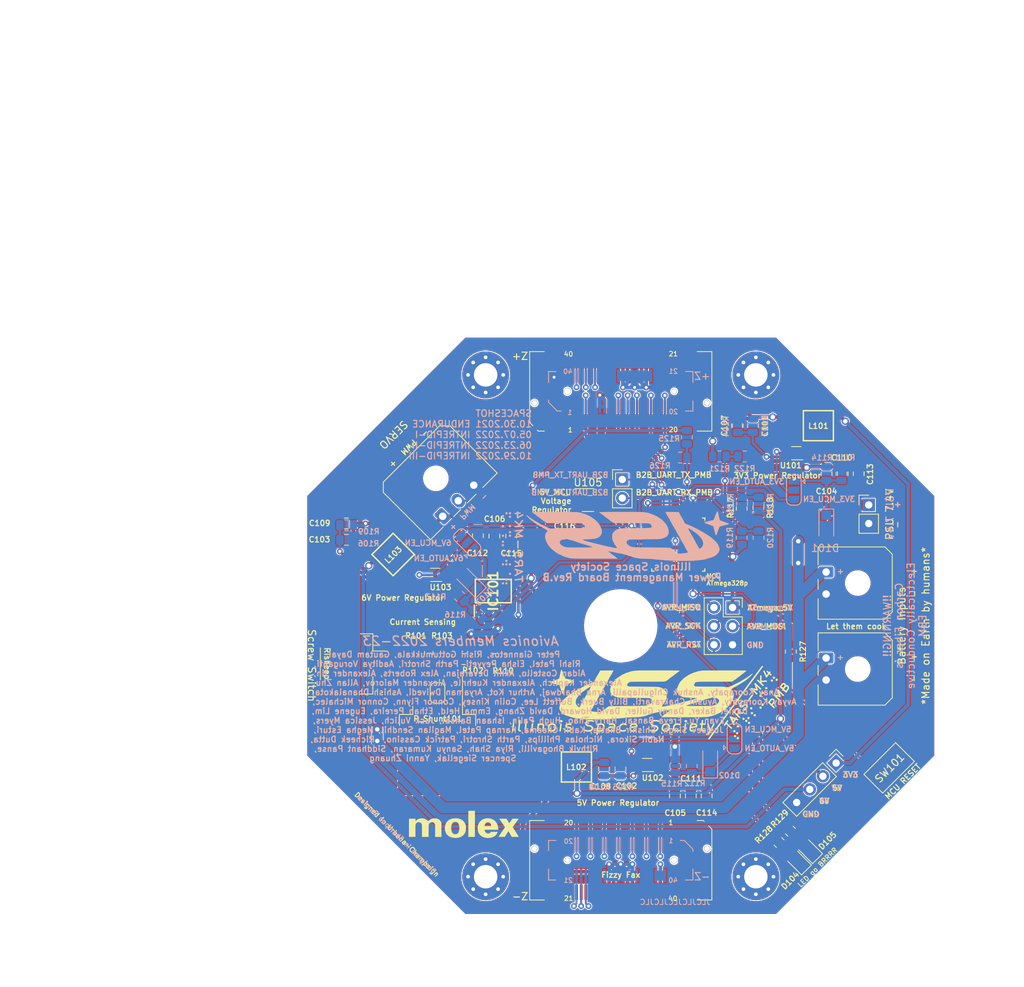
<source format=kicad_pcb>
(kicad_pcb (version 20211014) (generator pcbnew)
  (title_block (title "TARS MK4 Power Management Board") (date "2023-02-14") (rev "B") (company "Illinois Space Society") (comment 4 "Contributors: Peter Giannetos, Eisha Peyyeti, Danny Guller, Rishi Patel"))
  (layers (0 "F.Cu" signal) (31 "B.Cu" signal) (34 "B.Paste" user) (35 "F.Paste" user) (36 "B.SilkS" user "B.Silkscreen") (37 "F.SilkS" user "F.Silkscreen") (38 "B.Mask" user) (39 "F.Mask" user) (44 "Edge.Cuts" user))
  (net 0 "")
  (net 1 "Net-(C116-Pad1)")
  (net 2 "Net-(D101-Pad1)")
  (net 3 "Net-(D102-Pad1)")
  (net 4 "Net-(D103-Pad1)")
  (net 5 "Net-(D104-Pad2)")
  (net 6 "/VBAT")
  (net 7 "/LED_GREEN")
  (net 8 "Net-(D105-Pad2)")
  (net 9 "/LED_ORANGE")
  (net 10 "/PSU_RAW")
  (net 11 "/B2B_UART_TX_PMB")
  (net 12 "/B2B_UART_TX_TELEM")
  (net 13 "/B2B_UART_RX_TELEM")
  (net 14 "/B2B_UART_RX_PMB")
  (net 15 "/TEENSY_GPIO_1")
  (net 17 "Net-(IC101-Pad2)")
  (net 18 "Net-(JP102-Pad2)")
  (net 19 "/3V3")
  (net 20 "/B2B_SPI_SCK")
  (net 21 "/B2B_SPI_MOSI")
  (net 22 "/B2B_I2C_SDA")
  (net 23 "/B2B_I2C_SCL")
  (net 24 "/Teensy_3V3")
  (net 25 "/B2B_SERVO_PWM")
  (net 26 "/B2B_SPI_MISO")
  (net 27 "/RESERVED_1")
  (net 28 "/RESERVED_2")
  (net 29 "/RESERVED_3")
  (net 30 "/5V")
  (net 31 "/RESERVED_4")
  (net 32 "/TEENSY_SWITCH")
  (net 33 "Net-(JP103-Pad2)")
  (net 34 "Net-(JP104-Pad2)")
  (net 35 "Net-(L101-Pad2)")
  (net 36 "Net-(L102-Pad2)")
  (net 37 "Net-(L103-Pad2)")
  (net 38 "/B2B_RFM96W_RESET")
  (net 39 "/B2B_RFM96W_CS")
  (net 40 "/VBAT_RAW")
  (net 41 "Net-(R105-Pad1)")
  (net 42 "Net-(R106-Pad1)")
  (net 43 "Net-(IC101-Pad3)")
  (net 44 "/VBAT_CURRENT_SENSE")
  (net 46 "/6V")
  (net 47 "GND")
  (net 49 "/AVR_MISO")
  (net 50 "/AVR_SCK")
  (net 51 "/AVR_MOSI")
  (net 52 "/AVR_RST")
  (net 53 "/ATmega_5V")
  (net 54 "/3V3_EN")
  (net 55 "/5V_EN")
  (net 56 "/6V_EN")
  (net 57 "Net-(R104-Pad1)")
  (net 59 "/VBAT_SENSE")
  (net 60 "/5V_MCU_SENSE")
  (net 61 "/3V3_SENSE")
  (net 62 "/5V_SENSE")
  (net 63 "/6V_SENSE")
  (net 67 "/B2B_RFM96W_INT")
  (footprint "Capacitor_SMD:C_0805_2012Metric" (layer "F.Cu") (at 118.06 72.68 -90)
    (fp_text reference "C101")
    (fp_text value "22 uF")
  )
  (footprint "Connector_PinSocket_2.54mm:PinSocket_2x03_P2.54mm_Vertical" (layer "F.Cu") (at 115.26 97.505)
    (fp_text reference "J112" hide)
    (fp_text value "AVRISP")
  )
  (footprint "Logos_ISS:ISS_LOGO_extreme small" (layer "F.Cu") (at 103.720625 109.469264)
    (fp_text reference "G***" hide)
    (fp_text value "LOGO" hide)
  )
  (footprint "Package_TO_SOT_SMD:SOT-563" (layer "F.Cu") (at 74.684765 93.044765 180)
    (fp_text reference "U103")
    (fp_text value "TI_TPS564247DRLR")
  )
  (footprint "Capacitor_SMD:C_0805_2012Metric" (layer "F.Cu") (at 80.5 87.7 -90)
    (fp_text reference "C112")
    (fp_text value "10uF")
  )
  (footprint "Resistor_SMD:R_0805_2012Metric" (layer "F.Cu") (at 123.22 103.5225 -90)
    (fp_text reference "R127")
    (fp_text value "10k")
  )
  (footprint "Resistor_SMD:R_0805_2012Metric_Pad1.20x1.40mm_HandSolder" (layer "F.Cu") (at 75.13 103.72 90)
    (fp_text reference "R103")
    (fp_text value "5K")
  )
  (footprint "Jumper:SolderJumper-2_P1.3mm_Open_RoundedPad1.0x1.5mm" (layer "F.Cu") (at 74.99 109.17 90)
    (fp_text reference "JP101" hide)
    (fp_text value "Jumper_2_Open")
  )
  (footprint "Capacitor_SMD:C_0805_2012Metric" (layer "F.Cu") (at 109.56 123.21 -90)
    (fp_text reference "C111")
    (fp_text value "10uF")
  )
  (footprint "Capacitor_SMD:C_0805_2012Metric" (layer "F.Cu") (at 95.25 86.09)
    (fp_text reference "C116")
    (fp_text value "0.1uF")
  )
  (footprint "Button_Switch_SMD:SW_SPST_FSMSM" (layer "F.Cu") (at 136.635 119.395 45)
    (fp_text reference "SW101")
    (fp_text value "SW_Push")
  )
  (footprint "Resistor_SMD:R_0805_2012Metric" (layer "F.Cu") (at 121.604765 129.574765 -45)
    (fp_text reference "R128")
    (fp_text value "150")
  )
  (footprint "Resistor_SMD:R_0805_2012Metric" (layer "F.Cu") (at 118.796 83.8945 90)
    (fp_text reference "R118")
    (fp_text value "100k")
  )
  (footprint "LED_SMD:LED_0805_2012Metric" (layer "F.Cu") (at 125.674765 130.594765 135)
    (fp_text reference "D105")
    (fp_text value "ORANGE")
  )
  (footprint "Resistor_SMD:R_0805_2012Metric" (layer "F.Cu") (at 116.51 83.998 -90)
    (fp_text reference "R117")
    (fp_text value "200k")
  )
  (footprint "Capacitor_SMD:C_0805_2012Metric" (layer "F.Cu") (at 85.05 87.75 -90)
    (fp_text reference "C115")
    (fp_text value "0.1uF")
  )
  (footprint "Connector_Molex_BTB:Molex_SlimStack_2091680401_2x20_P0.635mm" (layer "F.Cu") (at 100 68 180)
    (fp_text reference "J106" hide)
    (fp_text value "Molex_SlimStack_2091680401_2x20_P0.635mm")
    (fp_circle (center -11.78 -1.58) (end -11.38 -1.58) (layer "Edge.Cuts") (width 0.12) (fill none))
    (fp_circle (center 11.78 -1.58) (end 12.18 -1.58) (layer "Edge.Cuts") (width 0.12) (fill none))
  )
  (footprint "Capacitor_SMD:C_0805_2012Metric" (layer "F.Cu") (at 97.7 119.54 90)
    (fp_text reference "C108")
    (fp_text value "22 uF")
  )
  (footprint "Package_TO_SOT_SMD:SOT-563" (layer "F.Cu") (at 123.96 76.44 180)
    (fp_text reference "U101")
    (fp_text value "TI_TPS564247DRLR")
  )
  (footprint "Package_TO_SOT_SMD:SOT-23-5" (layer "F.Cu") (at 95.53 82.84)
    (fp_text reference "U105")
    (fp_text value "LK112M50TR")
  )
  (footprint "Capacitor_SMD:C_0805_2012Metric" (layer "F.Cu") (at 115.88 72.68 -90)
    (fp_text reference "C107")
    (fp_text value "22 uF")
  )
  (footprint "Capacitor_SMD:C_0805_2012Metric" (layer "F.Cu") (at 82.75 87.75 -90)
    (fp_text reference "C106")
    (fp_text value "10uF")
  )
  (footprint "Resistor_SMD:R_0805_2012Metric_Pad1.20x1.40mm_HandSolder" (layer "F.Cu") (at 82.7 104.54 180)
    (fp_text reference "R110")
    (fp_text value "5K")
  )
  (footprint "Connector_PinHeader_2.54mm:PinHeader_1x04_P2.54mm_Vertical" (layer "F.Cu") (at 129.397006 118.732994 -45)
    (fp_text reference "J108" hide)
    (fp_text value "Conn_01x04")
  )
  (footprint "Capacitor_SMD:C_0805_2012Metric" (layer "F.Cu") (at 107.395 123.21 -90)
    (fp_text reference "C105")
    (fp_text value "10uF")
  )
  (footprint "Capacitor_SMD:C_0805_2012Metric" (layer "F.Cu") (at 62.5525 88.26 180)
    (fp_text reference "C103")
    (fp_text value "22 uF")
  )
  (footprint "Capacitor_SMD:C_0805_2012Metric" (layer "F.Cu") (at 130.295 79.24 -90)
    (fp_text reference "C110")
    (fp_text value "10uF")
  )
  (footprint "Connector_PinHeader_2.54mm:PinHeader_1x02_P2.54mm_Vertical" (layer "F.Cu") (at 133.85 83.5)
    (fp_text reference "J105" hide)
    (fp_text value "Conn_01x02")
  )
  (footprint "Connector_Molex:Molex_Micro-Fit_3.0_43650-0200_1x02_P3.00mm_Horizontal" (layer "F.Cu") (at 128.03 104.4 -90)
    (fp_text reference "J102" hide)
    (fp_text value "Molex Micro-Fit 436500200")
  )
  (footprint "Capacitor_SMD:C_0805_2012Metric" (layer "F.Cu") (at 132.48 79.24 -90)
    (fp_text reference "C113")
    (fp_text value "0.1uF")
  )
  (footprint "Package_QFP:TQFP-32_7x7mm_P0.8mm" (layer "F.Cu") (at 107.86 88.91)
    (fp_text reference "U104" hide)
    (fp_text value "ATmega328P-A")
  )
  (footprint "Connector_Molex_BTB:Molex_SlimStack_Receptacle_2091680401_2x20_P0.635mm" (layer "F.Cu") (at 100 132)
    (fp_text reference "J107" hide)
    (fp_text value "Molex_SlimStack_2091680401_2x20_P0.635mm")
    (fp_circle (center 11.78 -1.58) (end 12.18 -1.58) (layer "Edge.Cuts") (width 0.12) (fill none))
    (fp_circle (center -11.78 -1.58) (end -11.38 -1.58) (layer "Edge.Cuts") (width 0.12) (fill none))
  )
  (footprint "Capacitor_SMD:C_0805_2012Metric" (layer "F.Cu") (at 111.725 123.21 -90)
    (fp_text reference "C114")
    (fp_text value "0.1uF")
  )
  (footprint "Capacitor_SMD:C_0805_2012Metric" (layer "F.Cu") (at 99.96 119.54 90)
    (fp_text reference "C102")
    (fp_text value "22 uF")
  )
  (footprint "Resistor_SMD:R_0805_2012Metric_Pad1.20x1.40mm_HandSolder" (layer "F.Cu") (at 78.55 104.55)
    (fp_text reference "R102")
    (fp_text value "1K")
  )
  (footprint "Inductor_WE_MAPI:1.8_74438356018" (layer "F.Cu") (at 93.8918 119.2954 90)
    (fp_text reference "L102")
    (fp_text value "1.8 uH" hide)
  )
  (footprint "Connector_Molex:Molex_CLIK-Mate_502494-0270_1x02-1MP_P2.00mm_Horizontal" (layer "F.Cu") (at 64.25 105.2 -90)
    (fp_text reference "J101" hide)
    (fp_text value "Molex Micro-Lock 5055780271")
  )
  (footprint "Inductor_WE_MAPI:1.5_74438356015" (layer "F.Cu") (at 126.84 72.64 -90)
    (fp_text reference "L101")
    (fp_text value "1.5 uH" hide)
  )
  (footprint "memes:MK4 braille" (layer "F.Cu") (at 118.440625 111.2325 53.4)
    (fp_text reference "G***" hide)
    (fp_text value "LOGO" hide)
  )
  (footprint "Package_TO_SOT_SMD:TO-263-2_TabPin1" (layer "F.Cu") (at 75 115.05 -90)
    (fp_text reference "R_Shunt101")
    (fp_text value "0.1")
  )
  (footprint "Package_TO_SOT_SMD:SOT-563" (layer "F.Cu") (at 103.61 119 180)
    (fp_text reference "U102")
    (fp_text value "TI_TPS564247DRLR")
  )
  (footprint "Resistor_SMD:R_0805_2012Metric_Pad1.20x1.40mm_HandSolder" (layer "F.Cu") (at 72.48 103.72 90)
    (fp_text reference "R101")
    (fp_text value "1K")
  )
  (footprint "Capacitor_SMD:C_0805_2012Metric" (layer "F.Cu") (at 62.5525 86.03 180)
    (fp_text reference "C109")
    (fp_text value "22 uF")
  )
  (footprint "Connector_Molex:Molex_Micro-Fit_3.0_43650-0300_1x03_P3.00mm_Horizontal" (layer "F.Cu") (at 75.695894 85.048534 45)
    (fp_text reference "J104" hide)
    (fp_text value "Molex Micro-Fit 436500300")
  )
  (footprint "Connector_PinHeader_2.54mm:PinHeader_1x02_P2.54mm_Vertical" (layer "F.Cu") (at 100.21 80.025)
    (fp_text reference "J109" hide)
    (fp_text value "Conn_01x02")
  )
  (footprint "Inductor_WE_MAPI:2.2_74438356022" (layer "F.Cu") (at 68.93 90.27 -45)
    (fp_text reference "L103")
    (fp_text value "2.2 uH" hide)
  )
  (footprint "Logos_ISS:MOLEX" (layer "F.Cu") (at 78.59 127.11)
    (fp_text reference "G***" hide)
    (fp_text value "LOGO" hide)
  )
  (footprint "Capacitor_SMD:C_0805_2012Metric" (layer "F.Cu") (at 128.11 79.24 -90)
    (fp_text reference "C104")
    (fp_text value "10uF")
  )
  (footprint "Connector_Molex:Molex_Micro-Fit_3.0_43650-0200_1x02_P3.00mm_Horizontal" (layer "F.Cu") (at 128.03 92.664 -90)
    (fp_text reference "J103" hide)
    (fp_text value "Molex Micro-Fit 436500200")
  )
  (footprint "LED_SMD:LED_0805_2012Metric" (layer "F.Cu") (at 124.161962 132.141962 135)
    (fp_text reference "D104")
    (fp_text value "GREEN")
  )
  (footprint "LT1001-CS8 Op-Amp:LT1001-CS8" (layer "F.Cu") (at 82.6 95.25 90)
    (fp_text reference "IC101")
    (fp_text value "LT1001CS8#PBF" hide)
  )
  (footprint "Resistor_SMD:R_0805_2012Metric" (layer "F.Cu") (at 123.164765 128.034765 -45)
    (fp_text reference "R129")
    (fp_text value "150")
  )
  (footprint "Logos_ISS:ISS_LOGO_extreme small" (layer "B.Cu") (at 101.38 87.83 180)
    (fp_text reference "G***" hide)
    (fp_text value "LOGO" hide)
  )
  (footprint "Resistor_SMD:R_0805_2012Metric" (layer "B.Cu") (at 115.98 72.68 90)
    (fp_text reference "R104")
    (fp_text value "30k")
  )
  (footprint "Resistor_SMD:R_0805_2012Metric" (layer "B.Cu") (at 109.69 119.14 90)
    (fp_text reference "R112")
    (fp_text value "30k")
  )
  (footprint "Diode_SMD:D_SMF" (layer "B.Cu") (at 128.06 86.35 -90)
    (fp_text reference "D101")
    (fp_text value "D_Zener")
  )
  (footprint "Resistor_SMD:R_0805_2012Metric" (layer "B.Cu") (at 108.1075 77.04 180)
    (fp_text reference "R126")
    (fp_text value "100k")
  )
  (footprint "Resistor_SMD:R_0805_2012Metric" (layer "B.Cu") (at 107.44 119.14 90)
    (fp_text reference "R115")
    (fp_text value "20k")
  )
  (footprint "MountingHole:MountingHole_3.2mm_M3_Pad_Via" (layer "B.Cu") (at 118.442536 134.247282 180)
    (fp_text reference "REF**" hide)
    (fp_text value "MountingHole_3.2mm_M3_Pad_Via")
  )
  (footprint "Resistor_SMD:R_0805_2012Metric" (layer "B.Cu") (at 118.02 72.68 90)
    (fp_text reference "R107")
    (fp_text value "135k")
  )
  (footprint "MountingHole:MountingHole_3.2mm_M3_Pad_Via" (layer "B.Cu") (at 81.557464 134.247282 180)
    (fp_text reference "REF**" hide)
    (fp_text value "MountingHole_3.2mm_M3_Pad_Via")
  )
  (footprint "Resistor_SMD:R_0805_2012Metric" (layer "B.Cu") (at 99.95 119.56 90)
    (fp_text reference "R105")
    (fp_text value "30k")
  )
  (footprint "Connector_Molex_BTB:Molex_SlimStack_Plug_536470474_2x20_P0.365mm" (layer "B.Cu") (at 100 67.99)
    (fp_text reference "J110" hide)
    (fp_text value "Molex_SlimStack_Plug_2x20_P0.365mm")
    (fp_circle (center 7.285 0) (end 7.635 0) (layer "Edge.Cuts") (width 0.1) (fill none))
    (fp_circle (center -7.285 0) (end -6.835 0) (layer "Edge.Cuts") (width 0.1) (fill none))
  )
  (footprint "memes:MK4 braille" (layer "B.Cu") (at 84.385868 89.437912 90)
    (fp_text reference "G***" hide)
    (fp_text value "LOGO" hide)
  )
  (footprint "Diode_SMD:D_SMF" (layer "B.Cu") (at 79.314695 93.874695 135)
    (fp_text reference "D103")
    (fp_text value "D_Zener")
  )
  (footprint "Resistor_SMD:R_0805_2012Metric" (layer "B.Cu") (at 130.12 79.24 90)
    (fp_text reference "R111")
    (fp_text value "30k")
  )
  (footprint "MountingHole:MountingHole_3.2mm_M3_Pad_Via" (layer "B.Cu") (at 81.557464 65.752718 180)
    (fp_text reference "REF**" hide)
    (fp_text value "MountingHole_3.2mm_M3_Pad_Via")
  )
  (footprint "Resistor_SMD:R_0805_2012Metric" (layer "B.Cu") (at 128.07 79.24 90)
    (fp_text reference "R114")
    (fp_text value "20k")
  )
  (footprint "Resistor_SMD:R_0805_2012Metric" (layer "B.Cu") (at 80.48993 98.43993 -45)
    (fp_text reference "R116")
    (fp_text value "20k")
  )
  (footprint "Jumper:SolderJumper-3_P1.3mm_Open_RoundedPad1.0x1.5mm" (layer "B.Cu") (at 79.03 88.64 135)
    (fp_text reference "JP104" hide)
    (fp_text value "SolderJumper_3_Open")
  )
  (footprint "MountingHole:MountingHole_3.2mm_M3_Pad_Via" (layer "B.Cu") (at 118.442536 65.752718 180)
    (fp_text reference "REF**" hide)
    (fp_text value "MountingHole_3.2mm_M3_Pad_Via")
  )
  (footprint "Resistor_SMD:R_0805_2012Metric" (layer "B.Cu") (at 113.462 76.886)
    (fp_text reference "R121")
    (fp_text value "100k")
  )
  (footprint "Resistor_SMD:R_0805_2012Metric" (layer "B.Cu") (at 116.57 83.37 -90)
    (fp_text reference "R124")
    (fp_text value "100k")
  )
  (footprint "Connector_Molex_BTB:Molex_SlimStack_Plug_536470474_2x20_P0.365mm" (layer "B.Cu") (at 100 132 180)
    (fp_text reference "J111" hide)
    (fp_text value "Molex_SlimStack_Plug_2x20_P0.365mm")
    (fp_circle (center -7.285 0) (end -6.835 0) (layer "Edge.Cuts") (width 0.1) (fill none))
    (fp_circle (center 7.285 0) (end 7.635 0) (layer "Edge.Cuts") (width 0.1) (fill none))
  )
  (footprint "Resistor_SMD:R_0805_2012Metric" (layer "B.Cu") (at 118.81 87.98 -90)
    (fp_text reference "R120")
    (fp_text value "100k")
  )
  (footprint "Resistor_SMD:R_0805_2012Metric" (layer "B.Cu") (at 109.0195 74.26 -90)
    (fp_text reference "R125")
    (fp_text value "100k")
  )
  (footprint "Resistor_SMD:R_0805_2012Metric" (layer "B.Cu") (at 62.5725 86.27)
    (fp_text reference "R109")
    (fp_text value "270k")
  )
  (footprint "Resistor_SMD:R_0805_2012Metric" (layer "B.Cu") (at 97.74 119.56 90)
    (fp_text reference "R108")
    (fp_text value "220k")
  )
  (footprint "Resistor_SMD:R_0805_2012Metric" (layer "B.Cu") (at 116.51 87.98 90)
    (fp_text reference "R119")
    (fp_text value "100k")
  )
  (footprint "Jumper:SolderJumper-3_P1.3mm_Open_RoundedPad1.0x1.5mm" (layer "B.Cu") (at 123.6375 81.48 -90)
    (fp_text reference "JP102" hide)
    (fp_text value "SolderJumper_3_Open")
  )
  (footprint "Resistor_SMD:R_0805_2012Metric" (layer "B.Cu") (at 62.5725 88.29)
    (fp_text reference "R106")
    (fp_text value "30k")
  )
  (footprint "Resistor_SMD:R_0805_2012Metric" (layer "B.Cu") (at 118.83 83.37 90)
    (fp_text reference "R123")
    (fp_text value "100k")
  )
  (footprint "Resistor_SMD:R_0805_2012Metric" (layer "B.Cu") (at 116.9145 76.886)
    (fp_text reference "R122")
    (fp_text value "100k")
  )
  (footprint "Jumper:SolderJumper-3_P1.3mm_Open_RoundedPad1.0x1.5mm" (layer "B.Cu") (at 115.53 115.43 90)
    (fp_text reference "JP103" hide)
    (fp_text value "SolderJumper_3_Open")
  )
  (footprint "Resistor_SMD:R_0805_2012Metric" (layer "B.Cu") (at 77.99993 95.96993 135)
    (fp_text reference "R113")
    (fp_text value "30k")
  )
  (footprint "Diode_SMD:D_SMF" (layer "B.Cu") (at 112.21 118.48 90)
    (fp_text reference "D102")
    (fp_text value "D_Zener")
  )
  (gr_line (start 119.319375 105.5575) (end 112.040625 115.4225) (layer "F.SilkS") (width 0.2))
  (gr_line locked (start 78.712663 60.47) (end 57.011885 82.19374) (layer "Edge.Cuts") (width 0.01))
  (gr_circle locked (center 100 100) (end 104.8125 100) (layer "Edge.Cuts") (width 0.01) (fill none))
  (gr_line locked (start 121.287337 139.53) (end 142.988115 117.80626) (layer "Edge.Cuts") (width 0.01))
  (gr_line locked (start 121.287337 139.53) (end 78.712663 139.53) (layer "Edge.Cuts") (width 0.01))
  (gr_line locked (start 142.988115 82.19374) (end 121.287337 60.47) (layer "Edge.Cuts") (width 0.01))
  (gr_line locked (start 142.988115 117.80626) (end 142.988115 82.19374) (layer "Edge.Cuts") (width 0.01))
  (gr_line locked (start 57.011885 82.19374) (end 57.011885 117.80626) (layer "Edge.Cuts") (width 0.01))
  (gr_line locked (start 57.011885 117.80626) (end 78.712663 139.53) (layer "Edge.Cuts") (width 0.01))
  (gr_line locked (start 121.287337 60.47) (end 78.712663 60.47) (layer "Edge.Cuts") (width 0.01))
  (gr_text "+Z" (at 111.1125 65.90875) (layer "B.SilkS") (effects (font (size 1 1)) (justify mirror)))
  (gr_text "-Z" (at 111.125 134.2275) (layer "B.SilkS") (effects (font (size 1 1)) (justify mirror)))
  (gr_text "3V3_MCU_EN" (at 128.44 82.71) (layer "B.SilkS") (effects (font (size 0.75 0.75)) (justify mirror)))
  (gr_text "5V\n" (at 129.46 122.15) (layer "B.SilkS") (effects (font (size 0.75 0.75)) (justify mirror)))
  (gr_text "Illinois Space Society" (at 101.38 91.94) (layer "B.SilkS") (effects (font (size 1 1) (thickness 0.2)) (justify mirror)))
  (gr_text "-\n" (at 137.74 86.21 90) (layer "B.SilkS") (effects (font (size 0.75 0.75)) (justify mirror)))
  (gr_text "GND" (at 118.35 102.64) (layer "B.SilkS") (effects (font (size 0.75 0.75)) (justify mirror)))
  (gr_text "+" (at 129.98 104.29) (layer "B.SilkS") (effects (font (size 0.75 0.75)) (justify mirror)))
  (gr_text "6V_MCU_EN" (at 73.71 88.69) (layer "B.SilkS") (effects (font (size 0.75 0.75)) (justify mirror)))
  (gr_text "3V3_AUTO_EN" (at 118.57 80.31) (layer "B.SilkS") (effects (font (size 0.75 0.75)) (justify mirror)))
  (gr_text "AVR_MISO" (at 108.28 97.49) (layer "B.SilkS") (effects (font (size 0.75 0.75)) (justify mirror)))
  (gr_text "TARS-MK4" (at 86.035 89.255 270) (layer "B.SilkS") (effects (font (size 1 1.25) (thickness 0.2) italic) (justify mirror)))
  (gr_text "1" (at 93.0425 70.87875) (layer "B.SilkS") (effects (font (size 0.65 0.65) (thickness 0.12)) (justify mirror)))
  (gr_text "Designed in Shampoo Banana" (at 69.44 128.48 -45) (layer "B.SilkS") (effects (font (size 0.65 0.65) (thickness 0.13)) (justify mirror)))
  (gr_text "40" (at 107.145 134.7375) (layer "B.SilkS") (effects (font (size 0.65 0.65) (thickness 0.12)) (justify mirror)))
  (gr_text "AVR_SCK" (at 108.53 100.02) (layer "B.SilkS") (effects (font (size 0.75 0.75)) (justify mirror)))
  (gr_text "20\n" (at 92.855 129.4175) (layer "B.SilkS") (effects (font (size 0.65 0.65) (thickness 0.12)) (justify mirror)))
  (gr_text "Peter Giannetos, Rishi Gottumukkala, Gautam Dayal,\nRishi Patel, Eisha Peyyeti, Parth Shrotri, Aaditya Voruganti,  \nAidan Costello, Akhil Devarajan, Alex Roberts, Alexander Jin,   \nAlexander Kaplich, Alexander Kuehnle, Alexander Maiorov, Allan Zhu,           \nAnay Koorapaty, Anshuk Chigullapalli, Arna Bhardwaj, Arthur Kot, Aryaman Dwivedi, Ashish Dhanalakota,                                              \nAvyay Koorapaty, Ayushi Chakravarti, Billy Buerk, Buffett Lee, Colin Kinsey, Connor Flynn, Connor Michalec,                                                  \n Daniel Baker, Danny Guller, David Howard, David Zhang, Emma Held, Ethan Pereira, Eugene Lim,                                        \nEvan Yu, Freya Bansal, Harry Zhao, Hugh Palin, Ishaan Bansal, Jack Vulich, Jessica Myers,                                  \nJusjeev Singh, Shishir Bhatta, Kabir Cheema, Karnap Patel, Magilan Sendhil, Megha Esturi,                                  \nNabil Sikora, Nicholas Phillips, Parth Shrotri, Patrick Cassino,  Richeek Dutta,                    \nRithvik Bhogavilli, Riya Shah, Sanyu Kumaran, Siddhant Panse,      \nSpencer Siegellak, Yanni Zhuang" (at 75.71 110.99) (layer "B.SilkS") (effects (font (size 0.8 0.8) (thickness 0.16)) (justify mirror)))
  (gr_text "AVR_RST" (at 108.619286 102.58) (layer "B.SilkS") (effects (font (size 0.75 0.75)) (justify mirror)))
  (gr_text "+" (at 129.99 92.56) (layer "B.SilkS") (effects (font (size 0.75 0.75)) (justify mirror)))
  (gr_text "PWM" (at 79.07 84.42 -135) (layer "B.SilkS") (effects (font (size 0.75 0.75)) (justify mirror)))
  (gr_text "6V" (at 127.78 123.93) (layer "B.SilkS") (effects (font (size 0.75 0.75)) (justify mirror)))
  (gr_text "SPACESHOT\n10.30.2021 ENDURANCE\n05.07.2022 INTREPID-I\n06.23.2022 INTREPID-II\n10.29.2022 INTREPID-III" (at 87.96 73.91) (layer "B.SilkS") (effects (font (size 0.9 0.9)) (justify left mirror)))
  (gr_text "Power Management Board Rev.B" (at 101.525 93.385) (layer "B.SilkS") (effects (font (size 1 1) (thickness 0.2)) (justify mirror)))
  (gr_text "B2B_UART_TX_PMB" (at 93.14 79.41) (layer "B.SilkS") (effects (font (size 0.75 0.75)) (justify mirror)))
  (gr_text "-" (at 81.42 82.45 -135) (layer "B.SilkS") (effects (font (size 0.75 0.75)) (justify mirror)))
  (gr_text "40" (at 92.7725 65.28875) (layer "B.SilkS") (effects (font (size 0.65 0.65) (thickness 0.12)) (justify mirror)))
  (gr_text "21" (at 107.1625 65.25875) (layer "B.SilkS") (effects (font (size 0.65 0.65) (thickness 0.12)) (justify mirror)))
  (gr_text "!!WARNING!!\nCarbon Fiber is\nElectrically Conductive\nEBM" (at 138.8 100 90) (layer "B.SilkS") (effects (font (size 1 1)) (justify mirror)))
  (gr_text "ATmega_5V" (at 120.38 97.51) (layer "B.SilkS") (effects (font (size 0.75 0.75)) (justify mirror)))
  (gr_text "JLCJLCJLCJLCJLC" (at 107.435 137.7075) (layer "B.SilkS") (effects (font (size 0.75 0.75) (thickness 0.12)) (justify mirror)))
  (gr_text "PSU 7.4V" (at 136.75 84.71 90) (layer "B.SilkS") (effects (font (size 1 1)) (justify mirror)))
  (gr_text "1" (at 106.845 129.3375) (layer "B.SilkS") (effects (font (size 0.65 0.65) (thickness 0.12)) (justify mirror)))
  (gr_text "B2B_UART_RX_PMB" (at 93.050715 81.8) (layer "B.SilkS") (effects (font (size 0.75 0.75)) (justify mirror)))
  (gr_text "5V_AUTO_EN" (at 120.2975 116.72) (layer "B.SilkS") (effects (font (size 0.75 0.75)) (justify mirror)))
  (gr_text "20" (at 107.1825 70.77875) (layer "B.SilkS") (effects (font (size 0.65 0.65) (thickness 0.12)) (justify mirror)))
  (gr_text "3V3" (at 131.39 120.32) (layer "B.SilkS") (effects (font (size 0.75 0.75)) (justify mirror)))
  (gr_text "AVR_MOSI" (at 119.87 100.09) (layer "B.SilkS") (effects (font (size 0.75 0.75)) (justify mirror)))
  (gr_text "GND" (at 126.01 125.74) (layer "B.SilkS") (effects (font (size 0.75 0.75)) (justify mirror)))
  (gr_text "6V_AUTO_EN" (at 75.14 90.78) (layer "B.SilkS") (effects (font (size 0.75 0.75)) (justify mirror)))
  (gr_text "Avionics Members 2022-23" (at 78.19 102.08) (layer "B.SilkS") (effects (font (size 1.27 1.27) (thickness 0.19) italic) (justify mirror)))
  (gr_text "21" (at 92.825 134.7375) (layer "B.SilkS") (effects (font (size 0.65 0.65) (thickness 0.12)) (justify mirror)))
  (gr_text "5V_MCU_EN" (at 120.101071 114.13) (layer "B.SilkS") (effects (font (size 0.75 0.75)) (justify mirror)))
  (gr_text "+" (at 77.1 86.47 45) (layer "B.SilkS") (effects (font (size 0.75 0.75)) (justify mirror)))
  (gr_text "+" (at 137.76 83.45 90) (layer "B.SilkS") (effects (font (size 0.75 0.75)) (justify mirror)))
  (gr_text "Let them cook" (at 132.14 100.08) (layer "F.SilkS") (effects (font (size 0.75 0.75))))
  (gr_text "Illinois Space Society" (at 98.850625 113.7125) (layer "F.SilkS") (effects (font (size 1.4 1.7) (thickness 0.2) italic)))
  (gr_text "-\n" (at 137.76 86.19 90) (layer "F.SilkS") (effects (font (size 0.75 0.75))))
  (gr_text "GND" (at 125.94 125.72) (layer "F.SilkS") (effects (font (size 0.75 0.75))))
  (gr_text "3V3" (at 131.35 120.32) (layer "F.SilkS") (effects (font (size 0.75 0.75))))
  (gr_text "Current Sensing" (at 72.97 99.48) (layer "F.SilkS") (effects (font (size 0.75 0.75))))
  (gr_text "*Made on Earth by humans*" (at 141.63 100 90) (layer "F.SilkS") (effects (font (size 1 1))))
  (gr_text "20" (at 92.885 126.8875) (layer "F.SilkS") (effects (font (size 0.65 0.65) (thickness 0.12))))
  (gr_text "Risheep" (at 59.92 105.14 270) (layer "F.SilkS") (effects (font (size 0.75 0.75))))
  (gr_text "5V MCU\nVoltage\nRegulator" (at 93.34 82.97) (layer "F.SilkS") (effects (font (size 0.75 0.75)) (justify right)))
  (gr_text "AVR_RST" (at 108.619286 102.58) (layer "F.SilkS") (effects (font (size 0.75 0.75))))
  (gr_text "21" (at 92.885 137.2075) (layer "F.SilkS") (effects (font (size 0.65 0.65) (thickness 0.12))))
  (gr_text "5V Power Regulator" (at 99.62 124.16) (layer "F.SilkS") (effects (font (size 0.75 0.75))))
  (gr_text "B2B_UART_RX_PMB" (at 107.319286 81.8) (layer "F.SilkS") (effects (font (size 0.75 0.75))))
  (gr_text "PWM" (at 71.05 75.62 225) (layer "F.SilkS") (effects (font (size 0.75 0.75))))
  (gr_text "AVR_SCK" (at 108.53 100.02) (layer "F.SilkS") (effects (font (size 0.75 0.75))))
  (gr_text "LED go BRRRR" (at 126.87 132.98 45) (layer "F.SilkS") (effects (font (size 0.65 0.65) (thickness 0.12))))
  (gr_text "ATmega_5V" (at 120.38 97.53) (layer "F.SilkS") (effects (font (size 0.75 0.75))))
  (gr_text "TARS-MK4" (at 117.400625 110.1025 53.4) (layer "F.SilkS") (effects (font (size 1 1.25) (thickness 0.2) italic)))
  (gr_text "MCU\nATmega328p" (at 111.63 93.7) (layer "F.SilkS") (effects (font (size 0.6 0.6) (thickness 0.13)) (justify left)))
  (gr_text "+" (at 140.06 104.18) (layer "F.SilkS") (effects (font (size 0.75 0.75))))
  (gr_text "AVR_MOSI" (at 119.867857 100.09) (layer "F.SilkS") (effects (font (size 0.75 0.75))))
  (gr_text "-" (at 73.2 73.71 45) (layer "F.SilkS") (effects (font (size 0.75 0.75))))
  (gr_text "B2B_UART_TX_PMB" (at 107.23 79.41) (layer "F.SilkS") (effects (font (size 0.75 0.75))))
  (gr_text "Designed in Urbana-Champaign" (at 69.43 128.49 -45) (layer "F.SilkS") (effects (font (size 0.65 0.65) (thickness 0.13))))
  (gr_text "GND" (at 118.35 102.64) (layer "F.SilkS") (effects (font (size 0.75 0.75))))
  (gr_text "20" (at 107.18 73.23) (layer "F.SilkS") (effects (font (size 0.65 0.65) (thickness 0.12))))
  (gr_text "Screw Switch" (at 57.82 105.42 270) (layer "F.SilkS") (effects (font (size 1 1))))
  (gr_text "40" (at 92.8625 62.90875) (layer "F.SilkS") (effects (font (size 0.65 0.65) (thickness 0.12))))
  (gr_text "1" (at 106.835 126.8675) (layer "F.SilkS") (effects (font (size 0.65 0.65) (thickness 0.12))))
  (gr_text "-" (at 140.1 107.2 270) (layer "F.SilkS") (effects (font (size 0.75 0.75))))
  (gr_text "AVR_MISO" (at 108.28 97.49) (layer "F.SilkS") (effects (font (size 0.75 0.75))))
  (gr_text "3V3 Power Regulator" (at 121.37 79.49) (layer "F.SilkS") (effects (font (size 0.75 0.75))))
  (gr_text "+" (at 137.74 83.46 90) (layer "F.SilkS") (effects (font (size 0.75 0.75))))
  (gr_text "Fizzy Fax" (at 100 134) (layer "F.SilkS") (effects (font (size 0.75 0.75))))
  (gr_text "+" (at 140.05 92.51) (layer "F.SilkS") (effects (font (size 0.75 0.75))))
  (gr_text "+" (at 68.96 77.85 -45) (layer "F.SilkS") (effects (font (size 0.75 0.75))))
  (gr_text "5V\n" (at 129.54 122.14) (layer "F.SilkS") (effects (font (size 0.75 0.75))))
  (gr_text "PSU 7.4V" (at 136.7 84.78 90) (layer "F.SilkS") (effects (font (size 1 1))))
  (gr_text "MCU RESET" (at 138.51 121.26 45) (layer "F.SilkS") (effects (font (size 0.75 0.75))))
  (gr_text "6V" (at 127.78 123.92) (layer "F.SilkS") (effects (font (size 0.75 0.75))))
  (gr_text "1" (at 93.1125 73.26875) (layer "F.SilkS") (effects (font (size 0.65 0.65) (thickness 0.12))))
  (gr_text "Battery Inputs" (at 138.36 100 90) (layer "F.SilkS") (effects (font (size 1 1))))
  (gr_text "40" (at 107.105 137.2275) (layer "F.SilkS") (effects (font (size 0.65 0.65) (thickness 0.12))))
  (gr_text "PMB" (at 121.580625 109.5525 53.4) (layer "F.SilkS") (effects (font (size 1 1.25) (thickness 0.2) italic)))
  (gr_text "6V Power Regulator" (at 70.21 96.18) (layer "F.SilkS") (effects (font (size 0.75 0.75))))
  (gr_text "-" (at 140.06 95.62 90) (layer "F.SilkS") (effects (font (size 0.75 0.75))))
  (gr_text "SERVO" (at 68.97 73.92 225) (layer "F.SilkS") (effects (font (size 1 1))))
  (gr_text "-Z" (at 86.265 136.9475) (layer "F.SilkS") (effects (font (size 1 1))))
  (gr_text "21" (at 107.1725 62.88875) (layer "F.SilkS") (effects (font (size 0.65 0.65) (thickness 0.12))))
  (gr_text "+Z" (at 86.2525 63.18875) (layer "F.SilkS") (effects (font (size 1 1))))
  (segment (start 94.3925 83.79) (end 94.3925 85.9975) (width 0.5) (layer "F.Cu") (net 1))
  (segment (start 123.6375 80.18) (end 128.0425 80.18) (width 0.35) (layer "B.Cu") (net 2))
  (segment (start 128.07 80.1525) (end 130.12 80.1525) (width 0.35) (layer "B.Cu") (net 2))
  (segment (start 128.07 80.1525) (end 128.07 84.89) (width 0.5) (layer "B.Cu") (net 2))
  (segment (start 115.41 116.73) (end 112.21 119.93) (width 0.35) (layer "B.Cu") (net 3))
  (segment (start 107.44 120.0525) (end 109.69 120.0525) (width 0.35) (layer "B.Cu") (net 3))
  (segment (start 109.69 120.0525) (end 112.0875 120.0525) (width 0.35) (layer "B.Cu") (net 3))
  (segment (start 81.46 91.07) (end 81.46 93.78) (width 0.5) (layer "B.Cu") (net 4))
  (segment (start 81.46 93.78) (end 80.34 94.9) (width 0.5) (layer "B.Cu") (net 4))
  (segment (start 78.645165 96.594835) (end 80.34 94.9) (width 0.5) (layer "B.Cu") (net 4))
  (segment (start 79.824695 97.794695) (end 78.645165 96.615165) (width 0.5) (layer "B.Cu") (net 4))
  (segment (start 79.949239 89.559239) (end 81.46 91.07) (width 0.5) (layer "B.Cu") (net 4))
  (segment (start 123.499049 131.469049) (end 122.25 130.22) (width 0.35) (layer "F.Cu") (net 5))
  (segment (start 102.302989 75.902989) (end 104.81 78.41) (width 1) (layer "F.Cu") (net 6))
  (segment (start 76.995 109.82) (end 77.54 109.275) (width 1) (layer "F.Cu") (net 6))
  (segment (start 128.11 78.29) (end 125.5 78.29) (width 0.5) (layer "F.Cu") (net 6))
  (segment (start 97.337011 75.902989) (end 98.652989 75.902989) (width 1) (layer "F.Cu") (net 6))
  (segment (start 97.1425 68.5225) (end 97.14 68.52) (width 0.5) (layer "F.Cu") (net 6))
  (segment (start 76.450235 93.599765) (end 75.434765 93.599765) (width 0.5) (layer "F.Cu") (net 6))
  (segment (start 97.1425 72.375) (end 97.1425 68.5225) (width 0.5) (layer "F.Cu") (net 6))
  (segment (start 109.56 122.26) (end 111.725 122.26) (width 0.35) (layer "F.Cu") (net 6))
  (segment (start 97.337011 74.642989) (end 97.337011 68.717011) (width 1) (layer "F.Cu") (net 6))
  (segment (start 90.41 82.83) (end 97.337011 75.902989) (width 1) (layer "F.Cu") (net 6))
  (segment (start 87.77 93.5) (end 87.77 94.77) (width 0.5) (layer "F.Cu") (net 6))
  (segment (start 74.99 109.82) (end 76.995 109.82) (width 1) (layer "F.Cu") (net 6))
  (segment (start 98.652989 75.902989) (end 98.597011 75.902989) (width 1) (layer "F.Cu") (net 6))
  (segment (start 107.395 122.26) (end 109.56 122.26) (width 0.35) (layer "F.Cu") (net 6))
  (segment (start 97.1425 72.375) (end 97.7775 72.375) (width 0.5) (layer "F.Cu") (net 6))
  (segment (start 104.81 78.41) (end 114.09 78.41) (width 1) (layer "F.Cu") (net 6))
  (segment (start 80.5 86.75) (end 78.95 86.75) (width 0.5) (layer "F.Cu") (net 6))
  (segment (start 114.76 78.41) (end 114.09 78.41) (width 1) (layer "F.Cu") (net 6))
  (segment (start 116.51 80.16) (end 114.76 78.41) (width 1) (layer "F.Cu") (net 6))
  (segment (start 91.35 81.89) (end 90.41 82.83) (width 0.5) (layer "F.Cu") (net 6))
  (segment (start 102.14 109.3) (end 82.7 109.3) (width 1) (layer "F.Cu") (net 6))
  (segment (start 77.56 109.255) (end 77.56 104.56) (width 1) (layer "F.Cu") (net 6))
  (segment (start 104.36 119.5) (end 106.07 119.5) (width 0.35) (layer "F.Cu") (net 6))
  (segment (start 89.15 96.15) (end 89.15 84.09) (width 1) (layer "F.Cu") (net 6))
  (segment (start 78.95 86.75) (end 77.35 88.35) (width 0.5) (layer "F.Cu") (net 6))
  (segment (start 86.45 86.8) (end 85.05 86.8) (width 0.5) (layer "F.Cu") (net 6))
  (segment (start 107.39 116.49) (end 107.395 116.485) (width 1) (layer "F.Cu") (net 6))
  (segment (start 98.597011 75.902989) (end 97.337011 74.642989) (width 1) (layer "F.Cu") (net 6))
  (segment (start 97.7775 72.375) (end 97.7775 69.1575) (width 0.5) (layer "F.Cu") (net 6))
  (segment (start 125.5 78.29) (end 125.38 78.41) (width 0.35) (layer "F.Cu") (net 6))
  (segment (start 87.77 94.77) (end 89.15 96.15) (width 0.5) (layer "F.Cu") (net 6))
  (segment (start 107.395 116.485) (end 107.395 114.555) (width 1) (layer "F.Cu") (net 6))
  (segment (start 98.652989 75.902989) (end 102.302989 75.902989) (width 1) (layer "F.Cu") (net 6))
  (segment (start 114.09 78.41) (end 125.38 78.41) (width 1) (layer "F.Cu") (net 6))
  (segment (start 97.337011 68.717011) (end 97.14 68.52) (width 1) (layer "F.Cu") (net 6))
  (segment (start 106.07 119.5) (end 107.395 120.825) (width 0.35) (layer "F.Cu") (net 6))
  (segment (start 124.71 76.94) (end 126.76 76.94) (width 0.35) (layer "F.Cu") (net 6))
  (segment (start 107.395 120.825) (end 107.395 122.26) (width 0.35) (layer "F.Cu") (net 6))
  (segment (start 83.165 109.285) (end 89.15 103.3) (width 1) (layer "F.Cu") (net 6))
  (segment (start 77.35 92.7) (end 76.450235 93.599765) (width 0.5) (layer "F.Cu") (net 6))
  (segment (start 128.11 78.29) (end 130.295 78.29) (width 0.35) (layer "F.Cu") (net 6))
  (segment (start 107.395 116.495) (end 107.39 116.49) (width 1) (layer "F.Cu") (net 6))
  (segment (start 126.76 76.94) (end 128.11 78.29) (width 0.35) (layer "F.Cu") (net 6))
  (segment (start 89.15 84.09) (end 90.41 82.83) (width 1) (layer "F.Cu") (net 6))
  (segment (start 87.77 88.12) (end 86.45 86.8) (width 0.5) (layer "F.Cu") (net 6))
  (segment (start 85.05 86.8) (end 82.75 86.8) (width 0.5) (layer "F.Cu") (net 6))
  (segment (start 89.15 103.3) (end 89.15 96.15) (width 1) (layer "F.Cu") (net 6))
  (segment (start 116.51 80.16) (end 116.51 83.0855) (width 1) (layer "F.Cu") (net 6))
  (segment (start 107.395 114.555) (end 102.14 109.3) (width 1) (layer "F.Cu") (net 6))
  (segment (start 94.3925 81.89) (end 91.35 81.89) (width 0.5) (layer "F.Cu") (net 6))
  (segment (start 130.295 78.29) (end 132.48 78.29) (width 0.35) (layer "F.Cu") (net 6))
  (segment (start 94.3925 81.89) (end 96.6675 81.89) (width 0.5) (layer "F.Cu") (net 6))
  (segment (start 77.55 109.285) (end 83.165 109.285) (width 1) (layer "F.Cu") (net 6))
  (segment (start 97.7775 69.1575) (end 97.14 68.52) (width 0.5) (layer "F.Cu") (net 6))
  (segment (start 82.75 86.8) (end 80.55 86.8) (width 0.5) (layer "F.Cu") (net 6))
  (segment (start 107.395 122.26) (end 107.395 116.495) (width 1) (layer "F.Cu") (net 6))
  (segment (start 87.77 93.5) (end 87.77 88.12) (width 0.5) (layer "F.Cu") (net 6))
  (segment (start 97.337011 75.902989) (end 97.337011 74.642989) (width 1) (layer "F.Cu") (net 6))
  (segment (start 75.44 93.55) (end 75.434765 93.544765) (width 0.35) (layer "F.Cu") (net 6))
  (segment (start 77.35 88.35) (end 77.35 92.7) (width 0.5) (layer "F.Cu") (net 6))
  (via (at 97.14 68.52) (size 0.8) (drill 0.4) (layers "F.Cu" "B.Cu") (net 6))
  (via (at 87.77 93.5) (size 1) (drill 0.6) (layers "F.Cu" "B.Cu") (net 6))
  (via (at 107.39 116.49) (size 1) (drill 0.6) (layers "F.Cu" "B.Cu") (net 6))
  (via (at 125.38 78.41) (size 1) (drill 0.6) (layers "F.Cu" "B.Cu") (net 6))
  (segment (start 107.44 116.54) (end 107.44 118.2275) (width 1) (layer "B.Cu") (net 6))
  (segment (start 97.1425 70.09) (end 97.1425 68.5225) (width 0.5) (layer "B.Cu") (net 6))
  (segment (start 125.4625 78.3275) (end 125.38 78.41) (width 0.35) (layer "B.Cu") (net 6))
  (segment (start 107.39 116.49) (end 107.44 116.54) (width 1) (layer "B.Cu") (net 6))
  (segment (start 97.1425 68.5225) (end 97.14 68.52) (width 0.5) (layer "B.Cu") (net 6))
  (segment (start 82.184835 99.085165) (end 87.77 93.5) (width 0.5) (layer "B.Cu") (net 6))
  (segment (start 97.7775 69.1575) (end 97.14 68.52) (width 0.5) (layer "B.Cu") (net 6))
  (segment (start 97.7775 70.09) (end 97.7775 69.1575) (width 0.5) (layer "B.Cu") (net 6))
  (segment (start 128.07 78.3275) (end 125.4625 78.3275) (width 0.35) (layer "B.Cu") (net 6))
  (segment (start 97.1425 70.09) (end 97.7775 70.09) (width 0.5) (layer "B.Cu") (net 6))
  (segment (start 81.135165 99.085165) (end 82.184835 99.085165) (width 0.5) (layer "B.Cu") (net 6))
  (segment (start 107.46 93.16) (end 107.46 104.57) (width 0.35) (layer "F.Cu") (net 7))
  (segment (start 107.46 104.57) (end 117.75 114.86) (width 0.35) (layer "F.Cu") (net 7))
  (segment (start 117.75 114.86) (end 117.75 125.72) (width 0.35) (layer "F.Cu") (net 7))
  (segment (start 117.75 125.72) (end 120.95953 128.92953) (width 0.35) (layer "F.Cu") (net 7))
  (segment (start 123.81 128.73) (end 125.011852 129.931852) (width 0.35) (layer "F.Cu") (net 8))
  (segment (start 122.51953 127.38953) (end 119.14 124.01) (width 0.35) (layer "F.Cu") (net 9))
  (segment (start 119.14 113.72) (end 108.26 102.84) (width 0.35) (layer "F.Cu") (net 9))
  (segment (start 119.14 124.01) (end 119.14 113.72) (width 0.35) (layer "F.Cu") (net 9))
  (segment (start 108.26 93.16) (end 108.26 102.84) (width 0.35) (layer "F.Cu") (net 9))
  (segment (start 124.225 88.46) (end 124.225 91.425) (width 1.5) (layer "F.Cu") (net 10))
  (segment (start 66.75 110.98) (end 66.75 106.81) (width 1.5) (layer "F.Cu") (net 10))
  (segment (start 124.755 87.93) (end 124.225 88.46) (width 1.5) (layer "F.Cu") (net 10))
  (segment (start 133.85 83.5) (end 129.185 83.5) (width 1.5) (layer "F.Cu") (net 10))
  (segment (start 129.185 83.5) (end 124.755 87.93) (width 1.5) (layer "F.Cu") (net 10))
  (segment (start 124.755 87.93) (end 124.23 88.455) (width 1.5) (layer "F.Cu") (net 10))
  (segment (start 66.76 115.71) (end 66.76 110.99) (width 1.5) (layer "F.Cu") (net 10))
  (segment (start 66.75 106.81) (end 66.74 106.8) (width 1.5) (layer "F.Cu") (net 10))
  (segment (start 66.76 110.99) (end 66.75 110.98) (width 1.5) (layer "F.Cu") (net 10))
  (via (at 124.23 88.455) (size 1) (drill 0.6) (layers "F.Cu" "B.Cu") (net 10))
  (via (at 124.225 91.425) (size 1) (drill 0.6) (layers "F.Cu" "B.Cu") (net 10))
  (via (at 66.76 115.71) (size 1) (drill 0.6) (layers "F.Cu" "B.Cu") (net 10))
  (via (at 66.76 114.14) (size 1) (drill 0.6) (layers "F.Cu" "B.Cu") (net 10))
  (segment (start 124.23 95.95) (end 124.23 88.455) (width 1.5) (layer "B.Cu") (net 10))
  (segment (start 127.516 92.664) (end 124.23 95.95) (width 1.5) (layer "B.Cu") (net 10))
  (segment (start 128.03 92.664) (end 127.516 92.664) (width 1.5) (layer "B.Cu") (net 10))
  (segment (start 75.74 124.84) (end 66.76 115.86) (width 1.5) (layer "B.Cu") (net 10))
  (segment (start 114.17 124.84) (end 75.74 124.84) (width 1.5) (layer "B.Cu") (net 10))
  (segment (start 66.76 115.86) (end 66.76 114.14) (width 1.5) (layer "B.Cu") (net 10))
  (segment (start 124.23 95.95) (end 124.23 109.9) (width 1.5) (layer "B.Cu") (net 10))
  (segment (start 124.23 109.9) (end 124.23 108.2) (width 1.5) (layer "B.Cu") (net 10))
  (segment (start 124.23 109.9) (end 124.23 114.78) (width 1.5) (layer "B.Cu") (net 10))
  (segment (start 124.23 114.78) (end 114.17 124.84) (width 1.5) (layer "B.Cu") (net 10))
  (segment (start 124.23 108.2) (end 128.03 104.4) (width 1.5) (layer "B.Cu") (net 10))
  (segment (start 105.58 80.74) (end 104.881 80.041) (width 0.25) (layer "F.Cu") (net 11))
  (segment (start 105.58 80.74) (end 106.66 81.82) (width 0.25) (layer "F.Cu") (net 11))
  (segment (start 104.1275 75.6775) (end 104.1275 72.375) (width 0.25) (layer "F.Cu") (net 11))
  (segment (start 104.11 72.41375) (end 104.11 68.54625) (width 0.25) (layer "F.Cu") (net 11))
  (segment (start 104.881 80.041) (end 100.226 80.041) (width 0.25) (layer "F.Cu") (net 11))
  (segment (start 105.58 77.13) (end 104.1275 75.6775) (width 0.25) (layer "F.Cu") (net 11))
  (segment (start 106.66 81.82) (end 106.66 84.66) (width 0.25) (layer "F.Cu") (net 11))
  (via (at 104.11 68.54625) (size 0.8) (drill 0.4) (layers "F.Cu" "B.Cu") (net 11))
  (via (at 105.58 80.74) (size 0.8) (drill 0.4) (layers "F.Cu" "B.Cu") (net 11))
  (via (at 105.58 77.13) (size 0.8) (drill 0.4) (layers "F.Cu" "B.Cu") (net 11))
  (segment (start 104.11 70.12875) (end 104.11 68.54625) (width 0.25) (layer "B.Cu") (net 11))
  (segment (start 105.58 80.74) (end 105.58 77.13) (width 0.25) (layer "B.Cu") (net 11))
  (segment (start 97.7725 127.6225) (end 97.7725 131.46) (width 0.25) (layer "F.Cu") (net 12))
  (via (at 97.77 131.4625) (size 0.8) (drill 0.4) (layers "F.Cu" "B.Cu") (net 12))
  (segment (start 97.7725 129.8975) (end 97.7725 131.46) (width 0.25) (layer "B.Cu") (net 12))
  (segment (start 97.7725 131.46) (end 97.77 131.4625) (width 0.25) (layer "B.Cu") (net 12))
  (segment (start 95.87 131.4625) (end 95.87 127.6275) (width 0.25) (layer "F.Cu") (net 13))
  (via (at 95.87 131.4625) (size 0.8) (drill 0.4) (layers "F.Cu" "B.Cu") (net 13))
  (segment (start 95.87 131.4625) (end 95.87 129.9025) (width 0.25) (layer "B.Cu") (net 13))
  (segment (start 106.0325 68.55875) (end 106.0325 72.375) (width 0.25) (layer "F.Cu") (net 14))
  (segment (start 105.86 82.238) (end 104.318 80.696) (width 0.25) (layer "F.Cu") (net 14))
  (segment (start 100.21 82.565) (end 102.449 82.565) (width 0.25) (layer "F.Cu") (net 14))
  (segment (start 105.86 84.66) (end 105.86 82.238) (width 0.25) (layer "F.Cu") (net 14))
  (segment (start 106.015 68.54125) (end 106.0325 68.55875) (width 0.25) (layer "F.Cu") (net 14))
  (segment (start 106.05 75.62) (end 106.0325 75.6025) (width 0.25) (layer "F.Cu") (net 14))
  (segment (start 106.0325 75.6025) (end 106.0325 72.375) (width 0.25) (layer "F.Cu") (net 14))
  (segment (start 102.449 82.565) (end 104.318 80.696) (width 0.25) (layer "F.Cu") (net 14))
  (via (at 106.015 68.54125) (size 0.8) (drill 0.4) (layers "F.Cu" "B.Cu") (net 14))
  (via (at 106.05 75.62) (size 0.8) (drill 0.4) (layers "F.Cu" "B.Cu") (net 14))
  (via (at 104.318 80.696) (size 0.8) (drill 0.4) (layers "F.Cu" "B.Cu") (net 14))
  (segment (start 104.318 77.352) (end 104.318 80.696) (width 0.25) (layer "B.Cu") (net 14))
  (segment (start 106.015 70.12875) (end 106.015 68.54125) (width 0.25) (layer "B.Cu") (net 14))
  (segment (start 106.05 75.62) (end 104.318 77.352) (width 0.25) (layer "B.Cu") (net 14))
  (segment (start 93.9575 63.6675) (end 93.9575 67.44) (width 0.25) (layer "F.Cu") (net 15))
  (via (at 93.9575 67.44) (size 0.8) (drill 0.4) (layers "F.Cu" "B.Cu") (net 15))
  (segment (start 93.96 65.935) (end 93.96 67.4425) (width 0.25) (layer "B.Cu") (net 15))
  (segment (start 81.965 100.435) (end 81.965 97.962) (width 1) (layer "F.Cu") (net 17))
  (segment (start 79.55 104.55) (end 81.15 102.95) (width 1) (layer "F.Cu") (net 17))
  (segment (start 81.15 102.95) (end 81.15 101.25) (width 1) (layer "F.Cu") (net 17))
  (segment (start 79.55 104.55) (end 81.69 104.55) (width 1) (layer "F.Cu") (net 17))
  (segment (start 81.15 101.25) (end 81.965 100.435) (width 1) (layer "F.Cu") (net 17))
  (segment (start 123.21 76.44) (end 121.4845 76.44) (width 0.35) (layer "F.Cu") (net 18))
  (segment (start 121.4845 76.44) (end 121.28 76.2355) (width 0.35) (layer "F.Cu") (net 18))
  (via (at 121.28 76.2355) (size 0.8) (drill 0.4) (layers "F.Cu" "B.Cu") (net 18))
  (segment (start 123.6375 81.48) (end 122.64 81.48) (width 0.35) (layer "B.Cu") (net 18))
  (segment (start 121.28 80.12) (end 121.28 76.2355) (width 0.35) (layer "B.Cu") (net 18))
  (segment (start 122.64 81.48) (end 121.28 80.12) (width 0.35) (layer "B.Cu") (net 18))
  (segment (start 101.89125 65.0975) (end 101.89125 64.7175) (width 0.5) (layer "F.Cu") (net 19))
  (segment (start 101.89125 63.955) (end 102.20875 63.6375) (width 0.5) (layer "F.Cu") (net 19))
  (segment (start 102.20875 63.6375) (end 101.57375 63.6375) (width 0.5) (layer "F.Cu") (net 19))
  (segment (start 102.84 66.83) (end 103.4775 67.4675) (width 0.5) (layer "F.Cu") (net 19))
  (segment (start 115.88 71.73) (end 118.06 71.73) (width 0.5) (layer "F.Cu") (net 19))
  (segment (start 101.89125 64.59) (end 102.84375 63.6375) (width 0.5) (layer "F.Cu") (net 19))
  (segment (start 100.935 63.66375) (end 100.935 66.84) (width 0.5) (layer "F.Cu") (net 19))
  (segment (start 100.3075 67.4675) (end 101.57375 66.20125) (width 0.5) (layer "F.Cu") (net 19))
  (segment (start 112.55 73.48) (end 114.3 71.73) (width 0.5) (layer "F.Cu") (net 19))
  (segment (start 107.08 66.33) (end 112.66 66.33) (width 0.5) (layer "F.Cu") (net 19))
  (segment (start 101.57375 66.20125) (end 101.57375 63.6375) (width 0.5) (layer "F.Cu") (net 19))
  (segment (start 112.55 74.8) (end 112.55 73.48) (width 0.5) (layer "F.Cu") (net 19))
  (segment (start 101.89125 64.7175) (end 101.89125 63.955) (width 0.5) (layer "F.Cu") (net 19))
  (segment (start 100.3075 67.4675) (end 100.3 67.46) (width 0.5) (layer "F.Cu") (net 19))
  (segment (start 112.66 66.33) (end 118.06 71.73) (width 0.5) (layer "F.Cu") (net 19))
  (segment (start 103.4775 67.4675) (end 100.3075 67.4675) (width 0.5) (layer "F.Cu") (net 19))
  (segment (start 102.205 66.195) (end 103.4775 67.4675) (width 0.5) (layer "F.Cu") (net 19))
  (segment (start 102.205 63.66375) (end 102.205 66.195) (width 0.5) (layer "F.Cu") (net 19))
  (segment (start 105.9425 67.4675) (end 107.08 66.33) (width 0.5) (layer "F.Cu") (net 19))
  (segment (start 100.30375 63.6375) (end 101.82125 63.6375) (width 1.5) (layer "F.Cu") (net 19))
  (segment (start 101.89125 63.955) (end 101.57375 63.6375) (width 0.5) (layer "F.Cu") (net 19))
  (segment (start 101.82125 63.6375) (end 101.57375 63.6375) (width 1.5) (layer "F.Cu") (net 19))
  (segment (start 102.84 63.66375) (end 102.84 66.83) (width 0.5) (layer "F.Cu") (net 19))
  (segment (start 126.9744 71.4984) (end 120.7516 71.4984) (width 0.5) (layer "F.Cu") (net 19))
  (segment (start 101.89125 67.4675) (end 101.89125 65.0975) (width 0.5) (layer "F.Cu") (net 19))
  (segment (start 103.4775 63.66625) (end 103.475 63.66375) (width 0.5) (layer "F.Cu") (net 19))
  (segment (start 130.0734 71.4984) (end 126.9744 71.4984) (width 0.5) (layer "F.Cu") (net 19))
  (segment (start 130.65 72.075) (end 130.0734 71.4984) (width 0.5) (layer "F.Cu") (net 19))
  (segment (start 100.935 66.84) (end 100.3075 67.4675) (width 0.5) (layer "F.Cu") (net 19))
  (segment (start 101.82125 63.6375) (end 103.47875 63.6375) (width 1.5) (layer "F.Cu") (net 19))
  (segment (start 101.89125 64.59) (end 101.89125 65.0975) (width 0.5) (layer "F.Cu") (net 19))
  (segment (start 103.4775 67.4675) (end 105.9425 67.4675) (width 0.5) (layer "F.Cu") (net 19))
  (segment (start 120.75 71.5) (end 118.29 71.5) (width 0.5) (layer "F.Cu") (net 19))
  (segment (start 101.89125 64.7175) (end 101.89125 64.59) (width 0.5) (layer "F.Cu") (net 19))
  (segment (start 114.3 71.73) (end 115.88 71.73) (width 0.5) (layer "F.Cu") (net 19))
  (segment (start 120.7516 71.4984) (end 120.75 71.5) (width 0.5) (layer "F.Cu") (net 19))
  (segment (start 100.93875 63.6375) (end 101.89125 64.59) (width 0.5) (layer "F.Cu") (net 19))
  (segment (start 100.3 63.66375) (end 100.3 67.46) (width 0.5) (layer "F.Cu") (net 19))
  (segment (start 103.4775 67.4675) (end 103.4775 63.66625) (width 0.5) (layer "F.Cu") (net 19))
  (via (at 112.55 74.8) (size 1) (drill 0.6) (layers "F.Cu" "B.Cu") (net 19))
  (via (at 101.89125 67.4675) (size 0.8) (drill 0.4) (layers "F.Cu" "B.Cu") (net 19))
  (via (at 100.3 67.46) (size 0.8) (drill 0.4) (layers "F.Cu" "B.Cu") (net 19))
  (via (at 120.75 71.5) (size 1) (drill 0.6) (layers "F.Cu" "B.Cu") (net 19))
  (via (at 103.4775 67.4675) (size 0.8) (drill 0.4) (layers "F.Cu" "B.Cu") (net 19))
  (via (at 130.65 72.075) (size 1) (drill 0.6) (layers "F.Cu" "B.Cu") (net 19))
  (segment (start 131.267006 118.732994) (end 139.225 110.775) (width 0.5) (layer "B.Cu") (net 19))
  (segment (start 103.4775 65.93125) (end 103.475 65.92875) (width 0.5) (layer "B.Cu") (net 19))
  (segment (start 102.205 65.92875) (end 102.205 67.15375) (width 0.5) (layer "B.Cu") (net 19))
  (segment (start 101.77625 65.9025) (end 101.89125 66.0175) (width 0.5) (layer "B.Cu") (net 19))
  (segment (start 118.2875 71.5) (end 118.02 71.7675) (width 0.5) (layer "B.Cu") (net 19))
  (segment (start 139.225 80.65) (end 139.225 110.775) (width 0.5) (layer "B.Cu") (net 19))
  (segment (start 102.84375 65.9025) (end 102.84375 66.455) (width 0.5) (layer "B.Cu") (net 19))
  (segment (start 100.935 65.92875) (end 100.935 66.84) (width 0.5) (layer "B.Cu") (net 19))
  (segment (start 130.65 72.075) (end 139.225 80.65) (width 0.5) (layer "B.Cu") (net 19))
  (segment (start 100.93875 65.9025) (end 100.93875 66.445) (width 0.5) (layer "B.Cu") (net 19))
  (segment (start 100.3075 65.93625) (end 100.3 65.92875) (width 0.5) (layer "B.Cu") (net 19))
  (segment (start 101.89125 66.0175) (end 102.00625 65.9025) (width 0.5) (layer "B.Cu") (net 19))
  (segment (start 103.4775 67.4675) (end 103.4775 65.93125) (width 0.5) (layer "B.Cu") (net 19))
  (segment (start 102.84 65.92875) (end 102.84 66.83) (width 0.5) (layer "B.Cu") (net 19))
  (segment (start 100.30375 65.9025) (end 103.47875 65.9025) (width 1.5) (layer "B.Cu") (net 19))
  (segment (start 102.205 67.15375) (end 101.89125 67.4675) (width 0.5) (layer "B.Cu") (net 19))
  (segment (start 129.397006 118.732994) (end 131.267006 118.732994) (width 0.5) (layer "B.Cu") (net 19))
  (segment (start 101.89125 67.3975) (end 101.89125 67.4675) (width 0.5) (layer "B.Cu") (net 19))
  (segment (start 100.935 66.84) (end 100.3075 67.4675) (width 0.5) (layer "B.Cu") (net 19))
  (segment (start 101.89125 67.4675) (end 101.89125 66.0175) (width 0.5) (layer "B.Cu") (net 19))
  (segment (start 100.3075 67.4675) (end 103.4775 67.4675) (width 0.5) (layer "B.Cu") (net 19))
  (segment (start 100.3075 67.4675) (end 100.3075 65.93625) (width 0.5) (layer "B.Cu") (net 19))
  (segment (start 101.57375 65.9025) (end 101.77625 65.9025) (width 0.5) (layer "B.Cu") (net 19))
  (segment (start 101.89125 67.4075) (end 101.89125 67.4675) (width 0.5) (layer "B.Cu") (net 19))
  (segment (start 101.57 67.14625) (end 101.89125 67.4675) (width 0.5) (layer "B.Cu") (net 19))
  (segment (start 120.75 71.5) (end 118.2875 71.5) (width 0.5) (layer "B.Cu") (net 19))
  (segment (start 112.5495 76.886) (end 112.5495 74.7505) (width 0.5) (layer "B.Cu") (net 19))
  (segment (start 101.57 65.92875) (end 101.57 67.14625) (width 0.5) (layer "B.Cu") (net 19))
  (segment (start 102.00625 65.9025) (end 102.20875 65.9025) (width 0.5) (layer "B.Cu") (net 19))
  (segment (start 102.84 66.83) (end 103.4775 67.4675) (width 0.5) (layer "B.Cu") (net 19))
  (segment (start 105.3925 127.6225) (end 105.3925 131.4625) (width 0.25) (layer "F.Cu") (net 20))
  (via (at 105.3925 131.4625) (size 0.8) (drill 0.4) (layers "F.Cu" "B.Cu") (net 20))
  (segment (start 105.3925 131.4625) (end 105.3925 129.8975) (width 0.25) (layer "B.Cu") (net 20))
  (segment (start 103.4875 131.45) (end 103.5 131.4625) (width 0.25) (layer "F.Cu") (net 21))
  (segment (start 103.4875 127.6225) (end 103.4875 131.45) (width 0.25) (layer "F.Cu") (net 21))
  (via (at 103.5 131.4625) (size 0.8) (drill 0.4) (layers "F.Cu" "B.Cu") (net 21))
  (segment (start 103.5 131.4625) (end 103.5 129.91) (width 0.25) (layer "B.Cu") (net 21))
  (segment (start 101.5825 131.455) (end 101.59 131.4625) (width 0.25) (layer "F.Cu") (net 22))
  (segment (start 101.5825 127.6225) (end 101.5825 131.455) (width 0.25) (layer "F.Cu") (net 22))
  (via (at 101.59 131.4625) (size 0.8) (drill 0.4) (layers "F.Cu" "B.Cu") (net 22))
  (segment (start 101.59 131.4625) (end 101.59 129.905) (width 0.25) (layer "B.Cu") (net 22))
  (segment (start 99.6775 131.46) (end 99.68 131.4625) (width 0.25) (layer "F.Cu") (net 23))
  (segment (start 99.6775 127.6225) (end 99.6775 131.46) (width 0.25) (layer "F.Cu") (net 23))
  (via (at 99.68 131.4625) (size 0.8) (drill 0.4) (layers "F.Cu" "B.Cu") (net 23))
  (segment (start 99.68 131.4625) (end 99.68 129.9) (width 0.25) (layer "B.Cu") (net 23))
  (segment (start 105.3925 132.550737) (end 105.3925 136.3725) (width 0.5) (layer "F.Cu") (net 24))
  (segment (start 105.39 136.37) (end 105.3925 136.3725) (width 1.5) (layer "F.Cu") (net 24))
  (segment (start 105.400737 132.5425) (end 105.3925 132.550737) (width 0.5) (layer "F.Cu") (net 24))
  (via (at 105.400737 132.5425) (size 0.8) (drill 0.4) (layers "F.Cu" "B.Cu") (net 24))
  (segment (start 105.400737 132.5425) (end 105.400737 134.096763) (width 0.5) (layer "B.Cu") (net 24))
  (segment (start 105.400737 134.096763) (end 105.3975 134.1) (width 0.5) (layer "B.Cu") (net 24))
  (segment (start 105.4 134.09) (end 105.3925 134.0975) (width 1.5) (layer "B.Cu") (net 24))
  (segment (start 77.817214 82.927214) (end 82.532786 82.927214) (width 0.25) (layer "F.Cu") (net 25))
  (segment (start 95.22 72.41375) (end 95.22 68.54625) (width 0.25) (layer "F.Cu") (net 25))
  (segment (start 95.2375 76.1825) (end 95.2375 72.375) (width 0.25) (layer "F.Cu") (net 25))
  (segment (start 82.532786 82.927214) (end 86.13 79.33) (width 0.25) (layer "F.Cu") (net 25))
  (segment (start 92.09 79.33) (end 95.2375 76.1825) (width 0.25) (layer "F.Cu") (net 25))
  (segment (start 86.13 79.33) (end 92.09 79.33) (width 0.25) (layer "F.Cu") (net 25))
  (via (at 95.22 68.54625) (size 0.8) (drill 0.4) (layers "F.Cu" "B.Cu") (net 25))
  (segment (start 95.22 70.12875) (end 95.22 68.54625) (width 0.25) (layer "B.Cu") (net 25))
  (segment (start 93.9625 131.46) (end 93.9625 127.6225) (width 0.25) (layer "F.Cu") (net 26))
  (via (at 93.96 131.4625) (size 0.8) (drill 0.4) (layers "F.Cu" "B.Cu") (net 26))
  (segment (start 93.96 131.4625) (end 93.96 129.9) (width 0.25) (layer "B.Cu") (net 26))
  (segment (start 99.665 72.41375) (end 99.665 68.54125) (width 0.25) (layer "F.Cu") (net 27))
  (via (at 99.665 68.54125) (size 0.8) (drill 0.4) (layers "F.Cu" "B.Cu") (net 27))
  (segment (start 99.665 70.12875) (end 99.665 68.54125) (width 0.25) (layer "B.Cu") (net 27))
  (segment (start 100.935 72.41375) (end 100.935 68.54125) (width 0.25) (layer "F.Cu") (net 28))
  (via (at 100.935 68.54125) (size 0.8) (drill 0.4) (layers "F.Cu" "B.Cu") (net 28))
  (segment (start 100.935 70.12875) (end 100.935 68.54125) (width 0.25) (layer "B.Cu") (net 28))
  (segment (start 96.4975 63.6675) (end 96.4975 67.44) (width 0.25) (layer "F.Cu") (net 29))
  (via (at 96.4975 67.44) (size 0.8) (drill 0.4) (layers "F.Cu" "B.Cu") (net 29))
  (segment (start 96.4975 65.9325) (end 96.4975 67.44) (width 0.25) (layer "B.Cu") (net 29))
  (segment (start 98.07 134.02) (end 97.93 134.16) (width 0.5) (layer "F.Cu") (net 30))
  (segment (start 121.81 112.68) (end 121.81 114.73809) (width 0.5) (layer "F.Cu") (net 30))
  (segment (start 90.81 122.88) (end 86.62 127.07) (width 0.5) (layer "F.Cu") (net 30))
  (segment (start 97.34 133.57) (end 97.87 133.04) (width 0.5) (layer "F.Cu") (net 30))
  (segment (start 86.62 127.07) (end 86.62 130.78) (width 0.5) (layer "F.Cu") (net 30))
  (segment (start 99.99 134.1125) (end 99.99 134.78) (width 0.5) (layer "F.Cu") (net 30))
  (segment (start 99.99 134.1125) (end 99.99 134.79) (width 0.5) (layer "F.Cu") (net 30))
  (segment (start 98.4075 136.3725) (end 99.98 136.3725) (width 1.5) (layer "F.Cu") (net 30))
  (segment (start 98.07 133.57) (end 98.21 133.57) (width 0.5) (layer "F.Cu") (net 30))
  (segment (start 100.9475 136.3725) (end 100.9475 133.5) (width 0.5) (layer "F.Cu") (net 30))
  (segment (start 99.6775 132.855) (end 99.99 132.5425) (width 0.5) (layer "F.Cu") (net 30))
  (segment (start 100.3125 136.3725) (end 100.3125 132.865) (width 0.5) (layer "F.Cu") (net 30))
  (segment (start 94.03 122.88) (end 90.81 122.88) (width 0.5) (layer "F.Cu") (net 30))
  (segment (start 99.6775 136.3725) (end 99.6775 132.855) (width 0.5) (layer "F.Cu") (net 30))
  (segment (start 89.41 133.57) (end 97.34 133.57) (width 0.5) (layer "F.Cu") (net 30))
  (segment (start 97.34 133.57) (end 97.93 134.16) (width 0.5) (layer "F.Cu") (net 30))
  (segment (start 94.03 122.88) (end 94.03 120.535) (width 0.5) (layer "F.Cu") (net 30))
  (segment (start 98.4 134.63) (end 98.41 134.63) (width 0.5) (layer "F.Cu") (net 30))
  (segment (start 98.07 133.57) (end 98.07 134.02) (width 0.5) (layer "F.Cu") (net 30))
  (segment (start 98.21 133.57) (end 98.41 133.77) (width 0.5) (layer "F.Cu") (net 30))
  (segment (start 98.21 133.38) (end 97.87 133.04) (width 0.5) (layer "F.Cu") (net 30))
  (segment (start 99.99 132.5425) (end 99.99 134.1125) (width 0.5) (layer "F.Cu") (net 30))
  (segment (start 98.41 134.63) (end 98.41 136.37) (width 0.5) (layer "F.Cu") (net 30))
  (segment (start 100.9475 133.185) (end 101.59 132.5425) (width 0.5) (layer "F.Cu") (net 30))
  (segment (start 98.3675 132.5425) (end 98.41 132.5425) (width 0.5) (layer "F.Cu") (net 30))
  (segment (start 97.87 133.04) (end 98.3675 132.5425) (width 0.5) (layer "F.Cu") (net 30))
  (segment (start 99.0425 133.49) (end 99.99 132.5425) (width 0.5) (layer "F.Cu") (net 30))
  (segment (start 99.98 136.3725) (end 101.5825 136.3725) (width 1.5) (layer "F.Cu") (net 30))
  (segment (start 98.21 133.57) (end 98.21 133.38) (width 0.5) (layer "F.Cu") (net 30))
  (segment (start 99.0425 133.175) (end 98.41 132.5425) (width 0.5) (layer "F.Cu") (net 30))
  (segment (start 99.0425 136.3725) (end 99.0425 133.175) (width 0.5) (layer "F.Cu") (net 30))
  (segment (start 98.41 133.77) (end 98.41 134.63) (width 0.5) (layer "F.Cu") (net 30))
  (segment (start 101.59 132.5425) (end 101.59 136.365) (width 0.5) (layer "F.Cu") (net 30))
  (segment (start 100.9475 133.5) (end 99.99 132.5425) (width 0.5) (layer "F.Cu") (net 30))
  (segment (start 121.81 114.73809) (end 127.600955 120.529045) (width 0.5) (layer "F.Cu") (net 30))
  (segment (start 99.96 120.49) (end 97.7 120.49) (width 0.5) (layer "F.Cu") (net 30))
  (segment (start 97.34 133.57) (end 98.07 133.57) (width 0.5) (layer "F.Cu") (net 30))
  (segment (start 98.41 136.37) (end 98.4075 136.3725) (width 0.5) (layer "F.Cu") (net 30))
  (segment (start 100.3125 132.865) (end 99.99 132.5425) (width 0.5) (layer "F.Cu") (net 30))
  (segment (start 100.9475 136.3725) (end 100.9475 133.185) (width 0.5) (layer "F.Cu") (net 30))
  (segment (start 86.62 130.78) (end 89.41 133.57) (width 0.5) (layer "F.Cu") (net 30))
  (segment (start 97.93 134.16) (end 98.4 134.63) (width 0.5) (layer "F.Cu") (net 30))
  (segment (start 98.41 132.5425) (end 98.41 133.77) (width 0.5) (layer "F.Cu") (net 30))
  (segment (start 97.7 120.49) (end 93.985 120.49) (width 0.5) (layer "F.Cu") (net 30))
  (segment (start 99.99 132.5425) (end 99.99 136.3625) (width 0.5) (layer "F.Cu") (net 30))
  (segment (start 99.99 136.3625) (end 99.98 136.3725) (width 0.5) (layer "F.Cu") (net 30))
  (segment (start 99.99 132.5425) (end 99.99 135.415) (width 0.5) (layer "F.Cu") (net 30))
  (segment (start 101.59 136.365) (end 101.5825 136.3725) (width 0.5) (layer "F.Cu") (net 30))
  (segment (start 99.0425 136.3725) (end 99.0425 133.49) (width 0.5) (layer "F.Cu") (net 30))
  (via (at 98.41 132.5425) (size 0.8) (drill 0.4) (layers "F.Cu" "B.Cu") (net 30))
  (via (at 99.99 132.5425) (size 0.8) (drill 0.4) (layers "F.Cu" "B.Cu") (net 30))
  (via (at 121.81 112.68) (size 1) (drill 0.6) (layers "F.Cu" "B.Cu") (net 30))
  (via (at 101.59 132.5425) (size 0.8) (drill 0.4) (layers "F.Cu" "B.Cu") (net 30))
  (via (at 94.03 122.88) (size 1) (drill 0.6) (layers "F.Cu" "B.Cu") (net 30))
  (segment (start 101.59 134.09) (end 101.5825 134.0975) (width 0.5) (layer "B.Cu") (net 30))
  (segment (start 99.0425 134.0975) (end 99.0425 133.175) (width 0.5) (layer "B.Cu") (net 30))
  (segment (start 99.0425 134.0975) (end 99.0425 133.49) (width 0.5) (layer "B.Cu") (net 30))
  (segment (start 99.0425 133.49) (end 99.99 132.5425) (width 0.5) (layer "B.Cu") (net 30))
  (segment (start 100.9475 133.185) (end 100.9475 134.0975) (width 0.5) (layer "B.Cu") (net 30))
  (segment (start 99.99 134.0825) (end 100.005 134.0975) (width 0.5) (layer "B.Cu") (net 30))
  (segment (start 101.59 132.5425) (end 101.59 134.09) (width 0.5) (layer "B.Cu") (net 30))
  (segment (start 99.0425 133.175) (end 98.41 132.5425) (width 0.5) (layer "B.Cu") (net 30))
  (segment (start 121.81 112.68) (end 121.81 87.04) (width 0.5) (layer "B.Cu") (net 30))
  (segment (start 99.99 132.5425) (end 99.99 134.0825) (width 0.5) (layer "B.Cu") (net 30))
  (segment (start 98.41 132.5425) (end 98.41 134.095) (width 0.5) (layer "B.Cu") (net 30))
  (segment (start 100.005 134.0975) (end 101.5825 134.0975) (width 1.5) (layer "B.Cu") (net 30))
  (segment (start 98.4075 134.0975) (end 100.005 134.0975) (width 1.5) (layer "B.Cu") (net 30))
  (segment (start 94.03 121.03) (end 96.4125 118.6475) (width 0.5) (layer "B.Cu") (net 30))
  (segment (start 99.99 132.5425) (end 100.9475 133.5) (width 0.5) (layer "B.Cu") (net 30))
  (segment (start 98.41 132.5425) (end 101.59 132.5425) (width 0.5) (layer "B.Cu") (net 30))
  (segment (start 99.99 132.5425) (end 99.99 133.15) (width 0.5) (layer "B.Cu") (net 30))
  (segment (start 99.99 132.5425) (end 99.99 133.14) (width 0.5) (layer "B.Cu") (net 30))
  (segment (start 98.41 134.095) (end 98.4075 134.0975) (width 0.5) (layer "B.Cu") (net 30))
  (segment (start 121.81 87.04) (end 119.0525 84.2825) (width 0.5) (layer "B.Cu") (net 30))
  (segment (start 94.03 122.88) (end 94.03 121.03) (width 0.5) (layer "B.Cu") (net 30))
  (segment (start 111.61 122.88) (end 121.81 112.68) (width 0.5) (layer "B.Cu") (net 30))
  (segment (start 101.59 132.5425) (end 100.9475 133.185) (width 0.5) (layer "B.Cu") (net 30))
  (segment (start 94.03 122.88) (end 111.61 122.88) (width 0.5) (layer "B.Cu") (net 30))
  (segment (start 96.4125 118.6475) (end 97.74 118.6475) (width 0.5) (layer "B.Cu") (net 30))
  (segment (start 100.9475 133.5) (end 100.9475 134.0975) (width 0.5) (layer "B.Cu") (net 30))
  (segment (start 95.2275 63.6675) (end 95.2275 67.44) (width 0.25) (layer "F.Cu") (net 31))
  (via (at 95.2275 67.44) (size 0.8) (drill 0.4) (layers "F.Cu" "B.Cu") (net 31))
  (segment (start 95.2275 65.9325) (end 95.2275 67.44) (width 0.25) (layer "B.Cu") (net 31))
  (segment (start 102.205 72.41375) (end 102.205 68.54125) (width 0.25) (layer "F.Cu") (net 32))
  (via (at 102.205 68.54125) (size 0.8) (drill 0.4) (layers "F.Cu" "B.Cu") (net 32))
  (segment (start 102.205 70.12875) (end 102.205 68.54125) (width 0.25) (layer "B.Cu") (net 32))
  (segment (start 102.86 119) (end 101.89 119) (width 0.35) (layer "F.Cu") (net 33))
  (segment (start 101.89 119) (end 101.46 118.57) (width 0.35) (layer "F.Cu") (net 33))
  (segment (start 101.46 118.57) (end 101.46 117.11) (width 0.35) (layer "F.Cu") (net 33))
  (via (at 101.46 117.11) (size 0.8) (drill 0.4) (layers "F.Cu" "B.Cu") (net 33))
  (segment (start 102.63 115.43) (end 115.53 115.43) (width 0.35) (layer "B.Cu") (net 33))
  (segment (start 101.46 116.6) (end 102.63 115.43) (width 0.35) (layer "B.Cu") (net 33))
  (segment (start 101.46 117.11) (end 101.46 116.6) (width 0.35) (layer "B.Cu") (net 33))
  (segment (start 73.934765 93.044765) (end 72.504765 93.044765) (width 0.35) (layer "F.Cu") (net 34))
  (via (at 72.504765 93.044765) (size 0.8) (drill 0.4) (layers "F.Cu" "B.Cu") (net 34))
  (segment (start 79.03 88.64) (end 74.625235 93.044765) (width 0.35) (layer "B.Cu") (net 34))
  (segment (start 74.625235 93.044765) (end 72.504765 93.044765) (width 0.35) (layer "B.Cu") (net 34))
  (segment (start 124.71 76.44) (end 125.82 76.44) (width 0.35) (layer "F.Cu") (net 35))
  (segment (start 125.82 76.44) (end 126.9744 75.2856) (width 0.35) (layer "F.Cu") (net 35))
  (segment (start 126.9744 75.2856) (end 126.9744 73.8684) (width 0.35) (layer "F.Cu") (net 35))
  (segment (start 106.16 116.45) (end 104.65 114.94) (width 0.35) (layer "F.Cu") (net 36))
  (segment (start 104.65 114.94) (end 97.095 114.94) (width 0.35) (layer "F.Cu") (net 36))
  (segment (start 106.16 118.19) (end 106.16 116.45) (width 0.35) (layer "F.Cu") (net 36))
  (segment (start 104.36 119) (end 105.35 119) (width 0.35) (layer "F.Cu") (net 36))
  (segment (start 97.095 114.94) (end 93.95 118.085) (width 0.35) (layer "F.Cu") (net 36))
  (segment (start 105.35 119) (end 106.16 118.19) (width 0.35) (layer "F.Cu") (net 36))
  (segment (start 76.055235 93.044765) (end 76.6 92.5) (width 0.35) (layer "F.Cu") (net 37))
  (segment (start 75.434765 93.044765) (end 76.055235 93.044765) (width 0.35) (layer "F.Cu") (net 37))
  (segment (start 72.525844 88.35) (end 69.767922 91.107922) (width 0.35) (layer "F.Cu") (net 37))
  (segment (start 76.6 90) (end 74.95 88.35) (width 0.35) (layer "F.Cu") (net 37))
  (segment (start 74.95 88.35) (end 72.525844 88.35) (width 0.35) (layer "F.Cu") (net 37))
  (segment (start 76.6 92.5) (end 76.6 90) (width 0.35) (layer "F.Cu") (net 37))
  (segment (start 93.9625 136.3725) (end 93.9625 137.901382) (width 0.25) (layer "F.Cu") (net 38))
  (segment (start 93.9625 137.901382) (end 93.601382 138.2625) (width 0.25) (layer "F.Cu") (net 38))
  (via (at 93.601382 138.2625) (size 0.8) (drill 0.4) (layers "F.Cu" "B.Cu") (net 38))
  (segment (start 93.9625 134.0975) (end 93.9625 137.901382) (width 0.25) (layer "B.Cu") (net 38))
  (segment (start 93.9625 137.901382) (end 93.601382 138.2625) (width 0.25) (layer "B.Cu") (net 38))
  (segment (start 94.5975 138.26) (end 94.6 138.2625) (width 0.25) (layer "F.Cu") (net 39))
  (segment (start 94.5975 136.3725) (end 94.5975 138.26) (width 0.25) (layer "F.Cu") (net 39))
  (via (at 94.6 138.2625) (size 0.8) (drill 0.4) (layers "F.Cu" "B.Cu") (net 39))
  (segment (start 94.5975 138.26) (end 94.5975 134.0975) (width 0.25) (layer "B.Cu") (net 39))
  (segment (start 94.6 138.2625) (end 94.5975 138.26) (width 0.25) (layer "B.Cu") (net 39))
  (segment (start 73.2075 99.5425) (end 78.8 93.95) (width 1) (layer "F.Cu") (net 40))
  (segment (start 72.48 104.72) (end 72.48 106.77) (width 1) (layer "F.Cu") (net 40))
  (segment (start 80.05 90.6) (end 81.65 90.6) (width 1) (layer "F.Cu") (net 40))
  (segment (start 66.75 104.2) (end 66.75 101.72) (width 1) (layer "F.Cu") (net 40))
  (segment (start 73.215 108.52) (end 72.5 107.805) (width 1) (layer "F.Cu") (net 40))
  (segment (start 66.75 101.72) (end 68.9275 99.5425) (width 1) (layer "F.Cu") (net 40))
  (segment (start 72.5 106.79) (end 72.5 109.235) (width 1) (layer "F.Cu") (net 40))
  (segment (start 81.65 90.6) (end 81.965 90.915) (width 1) (layer "F.Cu") (net 40))
  (segment (start 74.99 108.52) (end 73.215 108.52) (width 1) (layer "F.Cu") (net 40))
  (segment (start 72.48 106.77) (end 72.5 106.79) (width 1) (layer "F.Cu") (net 40))
  (segment (start 71.96 104.2) (end 72.48 104.72) (width 1) (layer "F.Cu") (net 40))
  (segment (start 68.9275 99.5425) (end 73.2075 99.5425) (width 1) (layer "F.Cu") (net 40))
  (segment (start 81.965 90.915) (end 81.965 92.538) (width 1) (layer "F.Cu") (net 40))
  (segment (start 78.8 93.95) (end 78.8 91.85) (width 1) (layer "F.Cu") (net 40))
  (segment (start 78.8 91.85) (end 80.05 90.6) (width 1) (layer "F.Cu") (net 40))
  (segment (start 66.75 104.2) (end 71.96 104.2) (width 1) (layer "F.Cu") (net 40))
  (segment (start 72.5 107.805) (end 72.5 106.79) (width 1) (layer "F.Cu") (net 40))
  (segment (start 73.215 108.52) (end 72.46 109.275) (width 1) (layer "F.Cu") (net 40))
  (segment (start 101.73 120.48) (end 102.71 119.5) (width 0.35) (layer "F.Cu") (net 41))
  (segment (start 102.71 119.5) (end 102.86 119.5) (width 0.35) (layer "F.Cu") (net 41))
  (via (at 101.73 120.48) (size 0.8) (drill 0.4) (layers "F.Cu" "B.Cu") (net 41))
  (segment (start 101.73 120.48) (end 99.9575 120.48) (width 0.35) (layer "B.Cu") (net 41))
  (segment (start 99.95 120.4725) (end 97.74 120.4725) (width 0.35) (layer "B.Cu") (net 41))
  (segment (start 65.8825 94.06) (end 61.6625 89.84) (width 0.35) (layer "F.Cu") (net 42))
  (segment (start 73.934765 93.544765) (end 73.41953 94.06) (width 0.35) (layer "F.Cu") (net 42))
  (segment (start 73.41953 94.06) (end 65.8825 94.06) (width 0.35) (layer "F.Cu") (net 42))
  (via (at 61.6625 89.84) (size 0.8) (drill 0.4) (layers "F.Cu" "B.Cu") (net 42))
  (segment (start 61.66 86.27) (end 61.66 88.29) (width 0.35) (layer "B.Cu") (net 42))
  (segment (start 61.66 89.8375) (end 61.6625 89.84) (width 0.35) (layer "B.Cu") (net 42))
  (segment (start 61.66 88.29) (end 61.66 89.8375) (width 0.35) (layer "B.Cu") (net 42))
  (segment (start 83.25 100.35) (end 83.25 99.5) (width 1) (layer "F.Cu") (net 43))
  (segment (start 77.98 102.72) (end 79.6 101.1) (width 1) (layer "F.Cu") (net 43))
  (segment (start 72.48 102.72) (end 75.13 102.72) (width 1) (layer "F.Cu") (net 43))
  (segment (start 75.13 102.72) (end 77.9475 102.72) (width 1) (layer "F.Cu") (net 43))
  (segment (start 83.235 99.485) (end 83.235 97.962) (width 1) (layer "F.Cu") (net 43))
  (segment (start 83.25 99.5) (end 83.235 99.485) (width 1) (layer "F.Cu") (net 43))
  (segment (start 77.9475 102.72) (end 77.98 102.72) (width 1) (layer "F.Cu") (net 43))
  (via (at 83.25 100.35) (size 0.8) (drill 0.4) (layers "F.Cu" "B.Cu") (net 43))
  (via (at 79.6 101.1) (size 0.8) (drill 0.4) (layers "F.Cu" "B.Cu") (net 43))
  (segment (start 82.5 101.1) (end 79.6 101.1) (width 1) (layer "B.Cu") (net 43))
  (segment (start 83.25 100.35) (end 82.5 101.1) (width 1) (layer "B.Cu") (net 43))
  (segment (start 83.7 101.48) (end 86.03 99.15) (width 0.35) (layer "F.Cu") (net 44))
  (segment (start 107.88 81.72) (end 108.26 82.1) (width 0.35) (layer "F.Cu") (net 44))
  (segment (start 83.7 90.4) (end 83.235 90.865) (width 0.35) (layer "F.Cu") (net 44))
  (segment (start 86.03 99.15) (end 86.03 98.476) (width 0.35) (layer "F.Cu") (net 44))
  (segment (start 108.26 82.1) (end 108.26 84.66) (width 0.35) (layer "F.Cu") (net 44))
  (segment (start 86.03 98.476) (end 86.03 91.43) (width 0.35) (layer "F.Cu") (net 44))
  (segment (start 85 90.4) (end 83.7 90.4) (width 0.35) (layer "F.Cu") (net 44))
  (segment (start 83.235 90.865) (end 83.235 92.538) (width 0.35) (layer "F.Cu") (net 44))
  (segment (start 86.03 91.43) (end 85 90.4) (width 0.35) (layer "F.Cu") (net 44))
  (segment (start 83.7 104.54) (end 83.7 101.48) (width 0.35) (layer "F.Cu") (net 44))
  (via (at 86.03 98.476) (size 0.8) (drill 0.4) (layers "F.Cu" "B.Cu") (net 44))
  (via (at 107.88 81.72) (size 0.8) (drill 0.4) (layers "F.Cu" "B.Cu") (net 44))
  (segment (start 91.618 91.364) (end 86.03 96.952) (width 0.35) (layer "B.Cu") (net 44))
  (segment (start 107.872 81.712) (end 103.748 81.712) (width 0.35) (layer "B.Cu") (net 44))
  (segment (start 100.254 91.364) (end 91.618 91.364) (width 0.35) (layer "B.Cu") (net 44))
  (segment (start 102.54 89.078) (end 100.254 91.364) (width 0.35) (layer "B.Cu") (net 44))
  (segment (start 107.88 81.72) (end 107.872 81.712) (width 0.35) (layer "B.Cu") (net 44))
  (segment (start 86.03 96.952) (end 86.03 98.476) (width 0.35) (layer "B.Cu") (net 44))
  (segment (start 102.54 82.92) (end 102.54 89.078) (width 0.35) (layer "B.Cu") (net 44))
  (segment (start 103.748 81.712) (end 102.54 82.92) (width 0.35) (layer "B.Cu") (net 44))
  (segment (start 67.967922 89.432078) (end 65.6 91.8) (width 0.5) (layer "F.Cu") (net 46))
  (segment (start 63.5025 86.03) (end 65.1625 86.03) (width 0.5) (layer "F.Cu") (net 46))
  (segment (start 75.695894 85.048534) (end 83.761466 85.048534) (width 0.5) (layer "F.Cu") (net 46))
  (segment (start 64.674578 89.432078) (end 68.092078 89.432078) (width 0.5) (layer "F.Cu") (net 46))
  (segment (start 65.1625 86.03) (end 74.714428 86.03) (width 0.5) (layer "F.Cu") (net 46))
  (segment (start 63.5025 88.26) (end 64.674578 89.432078) (width 0.5) (layer "F.Cu") (net 46))
  (segment (start 63.5025 88.26) (end 63.5025 86.03) (width 0.5) (layer "F.Cu") (net 46))
  (segment (start 83.761466 85.048534) (end 87.98 80.83) (width 0.5) (layer "F.Cu") (net 46))
  (segment (start 74.714428 86.03) (end 75.695894 85.048534) (width 0.5) (layer "F.Cu") (net 46))
  (via (at 65.6 91.8) (size 1) (drill 0.6) (layers "F.Cu" "B.Cu") (net 46))
  (via (at 65.1625 86.03) (size 0.8) (drill 0.4) (layers "F.Cu" "B.Cu") (net 46))
  (via (at 87.98 80.83) (size 0.8) (drill 0.4) (layers "F.Cu" "B.Cu") (net 46))
  (segment (start 75.325 127.4) (end 64.85 116.925) (width 0.5) (layer "B.Cu") (net 46))
  (segment (start 122.344904 122.325096) (end 117.27 127.4) (width 0.5) (layer "B.Cu") (net 46))
  (segment (start 109.0195 73.3475) (end 95.4625 73.3475) (width 0.5) (layer "B.Cu") (net 46))
  (segment (start 95.4625 73.3475) (end 87.98 80.83) (width 0.5) (layer "B.Cu") (net 46))
  (segment (start 64.9225 86.27) (end 65.1625 86.03) (width 0.5) (layer "B.Cu") (net 46))
  (segment (start 64.85 116.925) (end 64.85 92.55) (width 0.5) (layer "B.Cu") (net 46))
  (segment (start 117.27 127.4) (end 75.325 127.4) (width 0.5) (layer "B.Cu") (net 46))
  (segment (start 63.485 86.27) (end 64.9225 86.27) (width 0.5) (layer "B.Cu") (net 46))
  (segment (start 64.85 92.55) (end 65.6 91.8) (width 0.5) (layer "B.Cu") (net 46))
  (segment (start 125.804904 122.325096) (end 122.344904 122.325096) (width 0.5) (layer "B.Cu") (net 46))
  (via (at 90.9025 66.06875) (size 0.8) (drill 0.4) (layers "F.Cu" "B.Cu") (net 47))
  (segment (start 110.66 95.445) (end 112.72 97.505) (width 0.25) (layer "F.Cu") (net 49))
  (segment (start 110.66 93.16) (end 110.66 95.445) (width 0.25) (layer "F.Cu") (net 49))
  (segment (start 113.96 98.805) (end 112.72 100.045) (width 0.25) (layer "F.Cu") (net 50))
  (segment (start 112.11 91.71) (end 112.86 91.71) (width 0.25) (layer "F.Cu") (net 50))
  (segment (start 112.86 91.71) (end 113.96 92.81) (width 0.25) (layer "F.Cu") (net 50))
  (segment (start 113.96 92.81) (end 113.96 98.805) (width 0.25) (layer "F.Cu") (net 50))
  (segment (start 109.86 93.16) (end 109.86 95.64) (width 0.25) (layer "F.Cu") (net 51))
  (via (at 109.86 95.64) (size 1) (drill 0.6) (layers "F.Cu" "B.Cu") (net 51))
  (segment (start 118.14 97.25) (end 118.14 99.16) (width 0.25) (layer "B.Cu") (net 51))
  (segment (start 116.53 95.64) (end 118.14 97.25) (width 0.25) (layer "B.Cu") (net 51))
  (segment (start 118.14 99.16) (end 117.255 100.045) (width 0.25) (layer "B.Cu") (net 51))
  (segment (start 117.255 100.045) (end 115.26 100.045) (width 0.25) (layer "B.Cu") (net 51))
  (segment (start 109.86 95.64) (end 116.53 95.64) (width 0.25) (layer "B.Cu") (net 51))
  (segment (start 133.38938 122.64062) (end 132.766 122.01724) (width 0.25) (layer "F.Cu") (net 52))
  (segment (start 107.46 84.66) (end 107.46 88.38) (width 0.25) (layer "F.Cu") (net 52))
  (segment (start 123.236 108.636) (end 132.766 118.166) (width 0.25) (layer "F.Cu") (net 52))
  (segment (start 112.72 104.09) (end 117.266 108.636) (width 0.25) (layer "F.Cu") (net 52))
  (segment (start 117.266 108.636) (end 123.236 108.636) (width 0.25) (layer "F.Cu") (net 52))
  (segment (start 132.766 122.01724) (end 132.766 118.166) (width 0.25) (layer "F.Cu") (net 52))
  (segment (start 123.236 108.636) (end 123.236 104.451) (width 0.25) (layer "F.Cu") (net 52))
  (segment (start 112.72 102.585) (end 112.72 104.09) (width 0.25) (layer "F.Cu") (net 52))
  (via (at 107.46 88.38) (size 0.8) (drill 0.4) (layers "F.Cu" "B.Cu") (net 52))
  (segment (start 107.46 88.38) (end 107.46 97.325) (width 0.25) (layer "B.Cu") (net 52))
  (segment (start 107.46 97.325) (end 112.72 102.585) (width 0.25) (layer "B.Cu") (net 52))
  (segment (start 115.26 97.505) (end 120.805 97.505) (width 0.5) (layer "F.Cu") (net 53))
  (segment (start 97.47 83.79) (end 102.19 88.51) (width 0.5) (layer "F.Cu") (net 53))
  (segment (start 105.59 89.31) (end 112.11 89.31) (width 0.5) (layer "F.Cu") (net 53))
  (segment (start 102.19 88.51) (end 102.78 88.51) (width 0.5) (layer "F.Cu") (net 53))
  (segment (start 104.79 88.51) (end 105.59 89.31) (width 0.5) (layer "F.Cu") (net 53))
  (segment (start 102.78 88.51) (end 103.61 88.51) (width 0.5) (layer "F.Cu") (net 53))
  (segment (start 115.305 90.545) (end 114.94 90.91) (width 0.5) (layer "F.Cu") (net 53))
  (segment (start 123.22 99.92) (end 123.22 102.61) (width 0.5) (layer "F.Cu") (net 53))
  (segment (start 106.63 90.91) (end 112.11 90.91) (width 0.5) (layer "F.Cu") (net 53))
  (segment (start 103.61 90.11) (end 105.83 90.11) (width 0.5) (layer "F.Cu") (net 53))
  (segment (start 105.83 90.11) (end 106.63 90.91) (width 0.5) (layer "F.Cu") (net 53))
  (segment (start 115.26 90.59) (end 115.26 97.505) (width 0.5) (layer "F.Cu") (net 53))
  (segment (start 103.61 88.51) (end 104.79 88.51) (width 0.5) (layer "F.Cu") (net 53))
  (segment (start 113.98 89.31) (end 115.26 90.59) (width 0.5) (layer "F.Cu") (net 53))
  (segment (start 96.6675 83.79) (end 97.47 83.79) (width 0.5) (layer "F.Cu") (net 53))
  (segment (start 120.805 97.505) (end 123.22 99.92) (width 0.5) (layer "F.Cu") (net 53))
  (segment (start 112.11 89.31) (end 113.98 89.31) (width 0.5) (layer "F.Cu") (net 53))
  (segment (start 114.94 90.91) (end 112.11 90.91) (width 0.5) (layer "F.Cu") (net 53))
  (via (at 115.305 90.545) (size 1) (drill 0.6) (layers "F.Cu" "B.Cu") (net 53))
  (segment (start 116.51 89.34) (end 115.305 90.545) (width 0.5) (layer "B.Cu") (net 53))
  (segment (start 116.51 88.8925) (end 116.51 89.34) (width 0.5) (layer "B.Cu") (net 53))
  (segment (start 103.7 83.23) (end 103.7 86.02) (width 0.35) (layer "F.Cu") (net 54))
  (via (at 103.7 83.23) (size 0.8) (drill 0.4) (layers "F.Cu" "B.Cu") (net 54))
  (segment (start 121.58 82.78) (end 119.75 80.95) (width 0.35) (layer "B.Cu") (net 54))
  (segment (start 123.6375 82.78) (end 121.58 82.78) (width 0.35) (layer "B.Cu") (net 54))
  (segment (start 107.88 83.23) (end 103.7 83.23) (width 0.35) (layer "B.Cu") (net 54))
  (segment (start 110.16 80.95) (end 107.88 83.23) (width 0.35) (layer "B.Cu") (net 54))
  (segment (start 119.75 80.95) (end 110.16 80.95) (width 0.35) (layer "B.Cu") (net 54))
  (segment (start 105.06 97.28) (end 105.06 93.16) (width 0.35) (layer "F.Cu") (net 55))
  (via (at 105.06 97.28) (size 0.8) (drill 0.4) (layers "F.Cu" "B.Cu") (net 55))
  (segment (start 115.53 108.82) (end 105.06 98.35) (width 0.35) (layer "B.Cu") (net 55))
  (segment (start 115.53 114.13) (end 115.53 108.82) (width 0.35) (layer "B.Cu") (net 55))
  (segment (start 105.06 98.35) (end 105.06 97.28) (width 0.35) (layer "B.Cu") (net 55))
  (segment (start 103.61 86.91) (end 102.03 86.91) (width 0.35) (layer "F.Cu") (net 56))
  (segment (start 101.47 86.35) (end 101.48 86.36) (width 0.35) (layer "F.Cu") (net 56))
  (segment (start 102.03 86.91) (end 101.47 86.35) (width 0.35) (layer "F.Cu") (net 56))
  (via (at 101.48 86.36) (size 0.8) (drill 0.4) (layers "F.Cu" "B.Cu") (net 56))
  (segment (start 101.48 86.36) (end 79.471522 86.36) (width 0.35) (layer "B.Cu") (net 56))
  (segment (start 79.471522 86.36) (end 78.110761 87.720761) (width 0.35) (layer "B.Cu") (net 56))
  (segment (start 123.21 76.94) (end 119.9 76.94) (width 0.35) (layer "F.Cu") (net 57))
  (via (at 119.9 76.94) (size 0.8) (drill 0.4) (layers "F.Cu" "B.Cu") (net 57))
  (segment (start 118.02 75.06) (end 118.02 73.5925) (width 0.35) (layer "B.Cu") (net 57))
  (segment (start 118.02 73.5925) (end 115.98 73.5925) (width 0.35) (layer "B.Cu") (net 57))
  (segment (start 119.9 76.94) (end 118.02 75.06) (width 0.35) (layer "B.Cu") (net 57))
  (segment (start 114.5105 86.91) (end 116.51 84.9105) (width 0.35) (layer "F.Cu") (net 59))
  (segment (start 116.51 84.9105) (end 118.6925 84.9105) (width 0.35) (layer "F.Cu") (net 59))
  (segment (start 112.11 86.91) (end 114.5105 86.91) (width 0.35) (layer "F.Cu") (net 59))
  (segment (start 109.88 82.56) (end 109.88 84.64) (width 0.35) (layer "F.Cu") (net 60))
  (via (at 109.88 82.56) (size 0.8) (drill 0.4) (layers "F.Cu" "B.Cu") (net 60))
  (segment (start 116.51 87.0675) (end 116.51 86.696692) (width 0.35) (layer "B.Cu") (net 60))
  (segment (start 116.51 86.696692) (end 112.373308 82.56) (width 0.35) (layer "B.Cu") (net 60))
  (segment (start 118.81 87.0675) (end 116.51 87.0675) (width 0.35) (layer "B.Cu") (net 60))
  (segment (start 112.373308 82.56) (end 109.88 82.56) (width 0.35) (layer "B.Cu") (net 60))
  (segment (start 114.224 80.2015) (end 114.224 85.776) (width 0.35) (layer "F.Cu") (net 61))
  (segment (start 114.224 85.776) (end 113.89 86.11) (width 0.35) (layer "F.Cu") (net 61))
  (segment (start 113.89 86.11) (end 112.11 86.11) (width 0.35) (layer "F.Cu") (net 61))
  (via (at 114.224 80.2015) (size 0.8) (drill 0.4) (layers "F.Cu" "B.Cu") (net 61))
  (segment (start 114.224 80.2015) (end 114.224 77.0365) (width 0.35) (layer "B.Cu") (net 61))
  (segment (start 114.3745 76.886) (end 116.002 76.886) (width 0.35) (layer "B.Cu") (net 61))
  (segment (start 113.22 81.73) (end 110.66 84.29) (width 0.35) (layer "F.Cu") (net 62))
  (via (at 113.22 81.73) (size 0.8) (drill 0.4) (layers "F.Cu" "B.Cu") (net 62))
  (segment (start 115.8245 81.712) (end 116.57 82.4575) (width 0.35) (layer "B.Cu") (net 62))
  (segment (start 113.238 81.712) (end 115.8245 81.712) (width 0.35) (layer "B.Cu") (net 62))
  (segment (start 113.22 81.73) (end 113.238 81.712) (width 0.35) (layer "B.Cu") (net 62))
  (segment (start 118.83 82.4575) (end 116.57 82.4575) (width 0.35) (layer "B.Cu") (net 62))
  (segment (start 109.04 80.35) (end 109.06 80.37) (width 0.35) (layer "F.Cu") (net 63))
  (segment (start 109.06 80.37) (end 109.06 84.66) (width 0.35) (layer "F.Cu") (net 63))
  (via (at 109.04 80.35) (size 0.8) (drill 0.4) (layers "F.Cu" "B.Cu") (net 63))
  (segment (start 109.0195 75.1725) (end 109.0195 77.0395) (width 0.35) (layer "B.Cu") (net 63))
  (segment (start 109.04 80.35) (end 109.04 77.06) (width 0.35) (layer "B.Cu") (net 63))
  (segment (start 95.2325 136.3725) (end 95.2325 137.897813) (width 0.25) (layer "F.Cu") (net 67))
  (segment (start 95.2325 137.897813) (end 95.597187 138.2625) (width 0.25) (layer "F.Cu") (net 67))
  (via (at 95.597187 138.2625) (size 0.8) (drill 0.4) (layers "F.Cu" "B.Cu") (net 67))
  (segment (start 95.2325 134.0975) (end 95.2325 137.897813) (width 0.25) (layer "B.Cu") (net 67))
  (segment (start 95.2325 137.897813) (end 95.597187 138.2625) (width 0.25) (layer "B.Cu") (net 67))
  (zone locked (net 47) (net_name "GND") (layers F&B.Cu) (connect_pads yes (clearance 0.13)) (min_thickness 0.13) (fill yes (thermal_gap 0.508) (thermal_bridge_width 0.508))
    (polygon (pts (xy 56.86 82.32) (xy 56.86 117.88) (xy 78.704 139.724) (xy 121.376 139.724) (xy 143.22 117.88) (xy 143.22 82.32) (xy 121.376 60.476) (xy 78.704 60.476)))
  )
)
</source>
